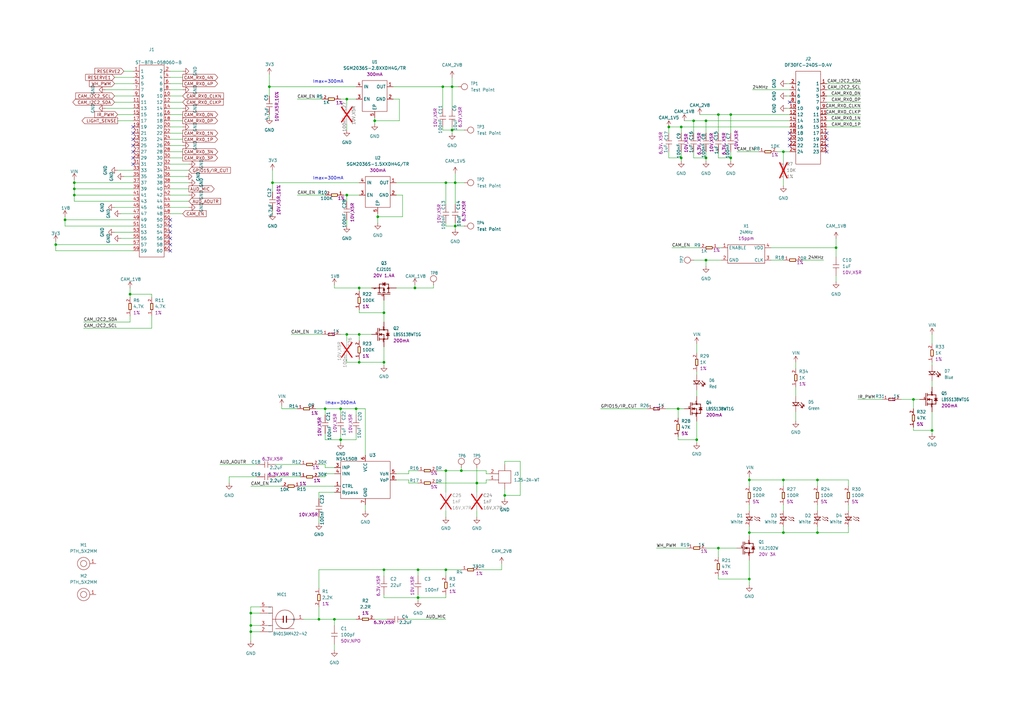
<source format=kicad_sch>
(kicad_sch (version 20231120) (generator "eeschema") (generator_version "8.0")
  (paper "A3")
  (junction (at 181.61 35.56))
  (junction (at 342.9 101.6))
  (junction (at 274.32 52.07))
  (junction (at 102.87 259.08))
  (junction (at 289.56 64.77))
  (junction (at 321.31 62.23))
  (junction (at 299.72 64.77))
  (junction (at 307.34 196.85))
  (junction (at 321.31 196.85))
  (junction (at 130.81 254))
  (junction (at 182.88 74.93))
  (junction (at 147.32 137.16))
  (junction (at 186.69 92.71))
  (junction (at 182.88 193.04))
  (junction (at 30.48 77.47))
  (junction (at 294.64 224.79))
  (junction (at 146.05 167.64))
  (junction (at 139.7 167.64))
  (junction (at 170.18 118.11))
  (junction (at 186.69 74.93))
  (junction (at 111.76 74.93))
  (junction (at 374.65 163.83))
  (junction (at 142.24 40.64))
  (junction (at 289.56 106.68))
  (junction (at 185.42 53.34))
  (junction (at 171.45 245.11))
  (junction (at 299.72 46.99))
  (junction (at 154.94 88.9))
  (junction (at 279.4 52.07))
  (junction (at 22.86 100.33))
  (junction (at 195.58 198.12))
  (junction (at 147.32 118.11))
  (junction (at 284.48 49.53))
  (junction (at 142.24 80.01))
  (junction (at 102.87 256.54))
  (junction (at 182.88 233.68))
  (junction (at 278.13 167.64))
  (junction (at 30.48 80.01))
  (junction (at 289.56 49.53))
  (junction (at 279.4 64.77))
  (junction (at 110.49 35.56))
  (junction (at 142.24 137.16))
  (junction (at 53.34 120.65))
  (junction (at 26.67 90.17))
  (junction (at 189.23 193.04))
  (junction (at 171.45 233.68))
  (junction (at 102.87 251.46))
  (junction (at 157.48 148.59))
  (junction (at 133.35 167.64))
  (junction (at 153.67 49.53))
  (junction (at 382.27 176.53))
  (junction (at 139.7 180.34))
  (junction (at 285.75 180.34))
  (junction (at 30.48 74.93))
  (junction (at 147.32 148.59))
  (junction (at 335.28 218.44))
  (junction (at 335.28 196.85))
  (junction (at 207.01 203.2))
  (junction (at 294.64 46.99))
  (junction (at 137.16 254))
  (junction (at 157.48 128.27))
  (junction (at 307.34 237.49))
  (junction (at 185.42 35.56))
  (junction (at 307.34 218.44))
  (junction (at 321.31 218.44))
  (junction (at 157.48 233.68))
  (no_connect (at 54.61 52.07))
  (no_connect (at 69.85 92.71))
  (no_connect (at 339.09 62.23))
  (no_connect (at 323.85 54.61))
  (no_connect (at 69.85 97.79))
  (no_connect (at 323.85 59.69))
  (no_connect (at 339.09 54.61))
  (no_connect (at 54.61 54.61))
  (no_connect (at 69.85 100.33))
  (no_connect (at 54.61 57.15))
  (no_connect (at 54.61 62.23))
  (no_connect (at 69.85 102.87))
  (no_connect (at 339.09 57.15))
  (no_connect (at 69.85 90.17))
  (no_connect (at 54.61 67.31))
  (no_connect (at 54.61 59.69))
  (no_connect (at 69.85 95.25))
  (no_connect (at 339.09 59.69))
  (no_connect (at 323.85 57.15))
  (no_connect (at 54.61 64.77))
  (no_connect (at 323.85 41.91))
  (wire (pts (xy 205.74 231.14) (xy 205.74 233.68)))
  (wire (pts (xy 133.35 177.8) (xy 133.35 180.34)))
  (wire (pts (xy 382.27 176.53) (xy 382.27 177.8)))
  (wire (pts (xy 147.32 147.32) (xy 147.32 148.59)))
  (wire (pts (xy 129.54 167.64) (xy 133.35 167.64)))
  (wire (pts (xy 335.28 218.44) (xy 347.98 218.44)))
  (wire (pts (xy 137.16 264.16) (xy 137.16 266.7)))
  (wire (pts (xy 121.92 40.64) (xy 132.08 40.64)))
  (wire (pts (xy 30.48 77.47) (xy 54.61 77.47)))
  (wire (pts (xy 111.76 74.93) (xy 111.76 69.85)))
  (wire (pts (xy 196.85 233.68) (xy 205.74 233.68)))
  (wire (pts (xy 382.27 156.21) (xy 382.27 158.75)))
  (wire (pts (xy 30.48 77.47) (xy 30.48 80.01)))
  (wire (pts (xy 115.57 167.64) (xy 121.92 167.64)))
  (wire (pts (xy 74.93 62.23) (xy 69.85 62.23)))
  (wire (pts (xy 289.56 49.53) (xy 323.85 49.53)))
  (wire (pts (xy 185.42 31.75) (xy 185.42 35.56)))
  (wire (pts (xy 274.32 52.07) (xy 274.32 54.61)))
  (wire (pts (xy 50.8 29.21) (xy 54.61 29.21)))
  (wire (pts (xy 278.13 180.34) (xy 285.75 180.34)))
  (wire (pts (xy 139.7 167.64) (xy 146.05 167.64)))
  (wire (pts (xy 147.32 137.16) (xy 152.4 137.16)))
  (wire (pts (xy 111.76 86.36) (xy 111.76 87.63)))
  (wire (pts (xy 102.87 259.08) (xy 106.68 259.08)))
  (wire (pts (xy 321.31 207.01) (xy 321.31 209.55)))
  (wire (pts (xy 142.24 40.64) (xy 146.05 40.64)))
  (wire (pts (xy 130.81 190.5) (xy 133.35 190.5)))
  (wire (pts (xy 207.01 203.2) (xy 207.01 204.47)))
  (wire (pts (xy 77.47 85.09) (xy 69.85 85.09)))
  (wire (pts (xy 294.64 64.77) (xy 299.72 64.77)))
  (wire (pts (xy 213.36 189.23) (xy 213.36 203.2)))
  (wire (pts (xy 74.93 49.53) (xy 69.85 49.53)))
  (wire (pts (xy 139.7 40.64) (xy 142.24 40.64)))
  (wire (pts (xy 294.64 46.99) (xy 299.72 46.99)))
  (wire (pts (xy 102.87 259.08) (xy 102.87 262.89)))
  (wire (pts (xy 294.64 236.22) (xy 294.64 237.49)))
  (wire (pts (xy 186.69 92.71) (xy 186.69 93.98)))
  (wire (pts (xy 195.58 191.77) (xy 195.58 198.12)))
  (wire (pts (xy 171.45 233.68) (xy 171.45 236.22)))
  (wire (pts (xy 74.93 36.83) (xy 69.85 36.83)))
  (wire (pts (xy 74.93 87.63) (xy 69.85 87.63)))
  (wire (pts (xy 142.24 137.16) (xy 147.32 137.16)))
  (wire (pts (xy 121.92 80.01) (xy 133.35 80.01)))
  (wire (pts (xy 165.1 80.01) (xy 165.1 88.9)))
  (wire (pts (xy 77.47 74.93) (xy 69.85 74.93)))
  (wire (pts (xy 269.24 224.79) (xy 281.94 224.79)))
  (wire (pts (xy 294.64 62.23) (xy 294.64 64.77)))
  (wire (pts (xy 182.88 233.68) (xy 189.23 233.68)))
  (wire (pts (xy 181.61 52.07) (xy 181.61 53.34)))
  (wire (pts (xy 106.68 256.54) (xy 102.87 256.54)))
  (wire (pts (xy 280.67 49.53) (xy 284.48 49.53)))
  (wire (pts (xy 53.34 132.08) (xy 53.34 129.54)))
  (wire (pts (xy 289.56 62.23) (xy 289.56 64.77)))
  (wire (pts (xy 26.67 88.9) (xy 26.67 90.17)))
  (wire (pts (xy 93.98 195.58) (xy 105.41 195.58)))
  (wire (pts (xy 157.48 243.84) (xy 157.48 245.11)))
  (wire (pts (xy 339.09 41.91) (xy 353.06 41.91)))
  (wire (pts (xy 287.02 46.99) (xy 294.64 46.99)))
  (wire (pts (xy 307.34 229.87) (xy 307.34 237.49)))
  (wire (pts (xy 342.9 97.79) (xy 342.9 101.6)))
  (wire (pts (xy 163.83 40.64) (xy 163.83 49.53)))
  (wire (pts (xy 90.17 190.5) (xy 105.41 190.5)))
  (wire (pts (xy 321.31 199.39) (xy 321.31 196.85)))
  (wire (pts (xy 62.23 134.62) (xy 62.23 129.54)))
  (wire (pts (xy 199.39 196.85) (xy 199.39 198.12)))
  (wire (pts (xy 284.48 49.53) (xy 284.48 54.61)))
  (wire (pts (xy 22.86 100.33) (xy 22.86 102.87)))
  (wire (pts (xy 102.87 251.46) (xy 102.87 256.54)))
  (wire (pts (xy 77.47 67.31) (xy 69.85 67.31)))
  (wire (pts (xy 69.85 72.39) (xy 76.2 72.39)))
  (wire (pts (xy 321.31 62.23) (xy 321.31 66.04)))
  (wire (pts (xy 74.93 31.75) (xy 69.85 31.75)))
  (wire (pts (xy 285.75 160.02) (xy 285.75 162.56)))
  (wire (pts (xy 347.98 207.01) (xy 347.98 209.55)))
  (wire (pts (xy 182.88 233.68) (xy 171.45 233.68)))
  (wire (pts (xy 186.69 91.44) (xy 186.69 92.71)))
  (wire (pts (xy 328.93 106.68) (xy 337.82 106.68)))
  (wire (pts (xy 147.32 137.16) (xy 147.32 139.7)))
  (wire (pts (xy 274.32 62.23) (xy 274.32 64.77)))
  (wire (pts (xy 342.9 113.03) (xy 342.9 115.57)))
  (wire (pts (xy 326.39 148.59) (xy 326.39 151.13)))
  (wire (pts (xy 289.56 224.79) (xy 294.64 224.79)))
  (wire (pts (xy 77.47 80.01) (xy 69.85 80.01)))
  (wire (pts (xy 113.03 190.5) (xy 123.19 190.5)))
  (wire (pts (xy 53.34 120.65) (xy 62.23 120.65)))
  (wire (pts (xy 115.57 166.37) (xy 115.57 167.64)))
  (wire (pts (xy 307.34 237.49) (xy 307.34 240.03)))
  (wire (pts (xy 62.23 121.92) (xy 62.23 120.65)))
  (wire (pts (xy 189.23 191.77) (xy 189.23 193.04)))
  (wire (pts (xy 102.87 256.54) (xy 102.87 259.08)))
  (wire (pts (xy 153.67 48.26) (xy 153.67 49.53)))
  (wire (pts (xy 335.28 199.39) (xy 335.28 196.85)))
  (wire (pts (xy 119.38 137.16) (xy 132.08 137.16)))
  (wire (pts (xy 289.56 106.68) (xy 295.91 106.68)))
  (wire (pts (xy 322.58 34.29) (xy 323.85 34.29)))
  (wire (pts (xy 46.99 95.25) (xy 54.61 95.25)))
  (wire (pts (xy 77.47 69.85) (xy 69.85 69.85)))
  (wire (pts (xy 53.34 118.11) (xy 53.34 120.65)))
  (wire (pts (xy 339.09 39.37) (xy 353.06 39.37)))
  (wire (pts (xy 200.66 194.31) (xy 199.39 194.31)))
  (wire (pts (xy 185.42 35.56) (xy 185.42 44.45)))
  (wire (pts (xy 316.23 101.6) (xy 342.9 101.6)))
  (wire (pts (xy 289.56 49.53) (xy 289.56 54.61)))
  (wire (pts (xy 299.72 64.77) (xy 299.72 66.04)))
  (wire (pts (xy 285.75 180.34) (xy 285.75 181.61)))
  (wire (pts (xy 30.48 74.93) (xy 54.61 74.93)))
  (wire (pts (xy 182.88 91.44) (xy 182.88 92.71)))
  (wire (pts (xy 154.94 88.9) (xy 154.94 91.44)))
  (wire (pts (xy 181.61 53.34) (xy 185.42 53.34)))
  (wire (pts (xy 147.32 127) (xy 147.32 128.27)))
  (wire (pts (xy 157.48 233.68) (xy 171.45 233.68)))
  (wire (pts (xy 182.88 74.93) (xy 182.88 83.82)))
  (wire (pts (xy 130.81 233.68) (xy 157.48 233.68)))
  (wire (pts (xy 162.56 196.85) (xy 167.64 196.85)))
  (wire (pts (xy 284.48 62.23) (xy 284.48 64.77)))
  (wire (pts (xy 161.29 40.64) (xy 163.83 40.64)))
  (wire (pts (xy 161.29 35.56) (xy 181.61 35.56)))
  (wire (pts (xy 285.75 140.97) (xy 285.75 144.78)))
  (wire (pts (xy 43.18 36.83) (xy 54.61 36.83)))
  (wire (pts (xy 339.09 36.83) (xy 353.06 36.83)))
  (wire (pts (xy 133.35 194.31) (xy 133.35 195.58)))
  (wire (pts (xy 46.99 39.37) (xy 54.61 39.37)))
  (wire (pts (xy 213.36 203.2) (xy 207.01 203.2)))
  (wire (pts (xy 318.77 62.23) (xy 321.31 62.23)))
  (wire (pts (xy 146.05 170.18) (xy 146.05 167.64)))
  (wire (pts (xy 157.48 148.59) (xy 157.48 142.24)))
  (wire (pts (xy 339.09 46.99) (xy 353.06 46.99)))
  (wire (pts (xy 74.93 44.45) (xy 69.85 44.45)))
  (wire (pts (xy 182.88 74.93) (xy 186.69 74.93)))
  (wire (pts (xy 170.18 118.11) (xy 177.8 118.11)))
  (wire (pts (xy 133.35 191.77) (xy 137.16 191.77)))
  (wire (pts (xy 182.88 193.04) (xy 179.07 193.04)))
  (wire (pts (xy 382.27 148.59) (xy 382.27 149.86)))
  (wire (pts (xy 195.58 198.12) (xy 195.58 201.93)))
  (wire (pts (xy 342.9 101.6) (xy 342.9 105.41)))
  (wire (pts (xy 26.67 92.71) (xy 54.61 92.71)))
  (wire (pts (xy 285.75 172.72) (xy 285.75 180.34)))
  (wire (pts (xy 273.05 167.64) (xy 278.13 167.64)))
  (wire (pts (xy 289.56 64.77) (xy 289.56 66.04)))
  (wire (pts (xy 162.56 80.01) (xy 165.1 80.01)))
  (wire (pts (xy 22.86 100.33) (xy 54.61 100.33)))
  (wire (pts (xy 157.48 148.59) (xy 157.48 149.86)))
  (wire (pts (xy 22.86 102.87) (xy 54.61 102.87)))
  (wire (pts (xy 30.48 80.01) (xy 30.48 82.55)))
  (wire (pts (xy 374.65 176.53) (xy 382.27 176.53)))
  (wire (pts (xy 48.26 49.53) (xy 54.61 49.53)))
  (wire (pts (xy 189.23 193.04) (xy 182.88 193.04)))
  (wire (pts (xy 46.99 41.91) (xy 54.61 41.91)))
  (wire (pts (xy 167.64 198.12) (xy 171.45 198.12)))
  (wire (pts (xy 289.56 106.68) (xy 289.56 109.22)))
  (wire (pts (xy 182.88 92.71) (xy 186.69 92.71)))
  (wire (pts (xy 152.4 118.11) (xy 147.32 118.11)))
  (wire (pts (xy 351.79 163.83) (xy 361.95 163.83)))
  (wire (pts (xy 274.32 52.07) (xy 279.4 52.07)))
  (wire (pts (xy 149.86 186.69) (xy 149.86 167.64)))
  (wire (pts (xy 326.39 158.75) (xy 326.39 162.56)))
  (wire (pts (xy 274.32 64.77) (xy 279.4 64.77)))
  (wire (pts (xy 294.64 224.79) (xy 294.64 228.6)))
  (wire (pts (xy 382.27 168.91) (xy 382.27 176.53)))
  (wire (pts (xy 74.93 39.37) (xy 69.85 39.37)))
  (wire (pts (xy 153.67 254) (xy 158.75 254)))
  (wire (pts (xy 186.69 71.12) (xy 186.69 74.93)))
  (wire (pts (xy 142.24 40.64) (xy 142.24 43.18)))
  (wire (pts (xy 278.13 167.64) (xy 280.67 167.64)))
  (wire (pts (xy 34.29 134.62) (xy 62.23 134.62)))
  (wire (pts (xy 307.34 218.44) (xy 321.31 218.44)))
  (wire (pts (xy 308.61 36.83) (xy 323.85 36.83)))
  (wire (pts (xy 154.94 87.63) (xy 154.94 88.9)))
  (wire (pts (xy 30.48 80.01) (xy 54.61 80.01)))
  (wire (pts (xy 170.18 116.84) (xy 170.18 118.11)))
  (wire (pts (xy 34.29 132.08) (xy 53.34 132.08)))
  (wire (pts (xy 139.7 180.34) (xy 139.7 181.61)))
  (wire (pts (xy 137.16 254) (xy 146.05 254)))
  (wire (pts (xy 30.48 73.66) (xy 30.48 74.93)))
  (wire (pts (xy 74.93 64.77) (xy 69.85 64.77)))
  (wire (pts (xy 207.01 190.5) (xy 207.01 189.23)))
  (wire (pts (xy 142.24 80.01) (xy 147.32 80.01)))
  (wire (pts (xy 285.75 152.4) (xy 285.75 153.67)))
  (wire (pts (xy 110.49 35.56) (xy 110.49 30.48)))
  (wire (pts (xy 77.47 77.47) (xy 69.85 77.47)))
  (wire (pts (xy 49.53 87.63) (xy 54.61 87.63)))
  (wire (pts (xy 149.86 207.01) (xy 149.86 209.55)))
  (wire (pts (xy 299.72 46.99) (xy 299.72 54.61)))
  (wire (pts (xy 106.68 248.92) (xy 102.87 248.92)))
  (wire (pts (xy 181.61 35.56) (xy 185.42 35.56)))
  (wire (pts (xy 74.93 57.15) (xy 69.85 57.15)))
  (wire (pts (xy 147.32 148.59) (xy 157.48 148.59)))
  (wire (pts (xy 278.13 179.07) (xy 278.13 180.34)))
  (wire (pts (xy 339.09 34.29) (xy 353.06 34.29)))
  (wire (pts (xy 130.81 241.3) (xy 130.81 233.68)))
  (wire (pts (xy 139.7 170.18) (xy 139.7 167.64)))
  (wire (pts (xy 133.35 190.5) (xy 133.35 191.77)))
  (wire (pts (xy 279.4 52.07) (xy 323.85 52.07)))
  (wire (pts (xy 130.81 254) (xy 130.81 248.92)))
  (wire (pts (xy 275.59 101.6) (xy 287.02 101.6)))
  (wire (pts (xy 142.24 90.17) (xy 142.24 92.71)))
  (wire (pts (xy 137.16 201.93) (xy 130.81 201.93)))
  (wire (pts (xy 321.31 215.9) (xy 321.31 218.44)))
  (wire (pts (xy 166.37 254) (xy 182.88 254)))
  (wire (pts (xy 111.76 74.93) (xy 147.32 74.93)))
  (wire (pts (xy 195.58 209.55) (xy 195.58 212.09)))
  (wire (pts (xy 139.7 180.34) (xy 146.05 180.34)))
  (wire (pts (xy 299.72 46.99) (xy 323.85 46.99)))
  (wire (pts (xy 185.42 52.07) (xy 185.42 53.34)))
  (wire (pts (xy 26.67 90.17) (xy 54.61 90.17)))
  (wire (pts (xy 43.18 44.45) (xy 54.61 44.45)))
  (wire (pts (xy 326.39 168.91) (xy 326.39 172.72)))
  (wire (pts (xy 185.42 35.56) (xy 187.96 35.56)))
  (wire (pts (xy 146.05 180.34) (xy 146.05 177.8)))
  (wire (pts (xy 339.09 49.53) (xy 353.06 49.53)))
  (wire (pts (xy 182.88 236.22) (xy 182.88 233.68)))
  (wire (pts (xy 186.69 92.71) (xy 190.5 92.71)))
  (wire (pts (xy 149.86 167.64) (xy 146.05 167.64)))
  (wire (pts (xy 102.87 199.39) (xy 115.57 199.39)))
  (wire (pts (xy 53.34 120.65) (xy 53.34 121.92)))
  (wire (pts (xy 102.87 248.92) (xy 102.87 251.46)))
  (wire (pts (xy 163.83 49.53) (xy 153.67 49.53)))
  (wire (pts (xy 185.42 53.34) (xy 185.42 54.61)))
  (wire (pts (xy 137.16 254) (xy 137.16 256.54)))
  (wire (pts (xy 207.01 189.23) (xy 213.36 189.23)))
  (wire (pts (xy 321.31 73.66) (xy 321.31 76.2)))
  (wire (pts (xy 102.87 251.46) (xy 106.68 251.46)))
  (wire (pts (xy 307.34 196.85) (xy 307.34 199.39)))
  (wire (pts (xy 294.64 101.6) (xy 295.91 101.6)))
  (wire (pts (xy 171.45 245.11) (xy 171.45 246.38)))
  (wire (pts (xy 142.24 148.59) (xy 147.32 148.59)))
  (wire (pts (xy 130.81 254) (xy 137.16 254)))
  (wire (pts (xy 199.39 193.04) (xy 189.23 193.04)))
  (wire (pts (xy 347.98 215.9) (xy 347.98 218.44)))
  (wire (pts (xy 171.45 193.04) (xy 167.64 193.04)))
  (wire (pts (xy 182.88 209.55) (xy 182.88 212.09)))
  (wire (pts (xy 142.24 80.01) (xy 142.24 82.55)))
  (wire (pts (xy 147.32 118.11) (xy 147.32 119.38)))
  (wire (pts (xy 284.48 64.77) (xy 289.56 64.77)))
  (wire (pts (xy 294.64 237.49) (xy 307.34 237.49)))
  (wire (pts (xy 279.4 52.07) (xy 279.4 54.61)))
  (wire (pts (xy 74.93 46.99) (xy 69.85 46.99)))
  (wire (pts (xy 165.1 88.9) (xy 154.94 88.9)))
  (wire (pts (xy 374.65 163.83) (xy 377.19 163.83)))
  (wire (pts (xy 46.99 85.09) (xy 54.61 85.09)))
  (wire (pts (xy 48.26 69.85) (xy 54.61 69.85)))
  (wire (pts (xy 321.31 196.85) (xy 335.28 196.85)))
  (wire (pts (xy 130.81 201.93) (xy 130.81 204.47)))
  (wire (pts (xy 162.56 118.11) (xy 170.18 118.11)))
  (wire (pts (xy 307.34 207.01) (xy 307.34 209.55)))
  (wire (pts (xy 110.49 35.56) (xy 110.49 39.37)))
  (wire (pts (xy 200.66 196.85) (xy 199.39 196.85)))
  (wire (pts (xy 335.28 196.85) (xy 347.98 196.85)))
  (wire (pts (xy 140.97 80.01) (xy 142.24 80.01)))
  (wire (pts (xy 30.48 74.93) (xy 30.48 77.47)))
  (wire (pts (xy 182.88 243.84) (xy 182.88 245.11)))
  (wire (pts (xy 74.93 59.69) (xy 69.85 59.69)))
  (wire (pts (xy 322.58 44.45) (xy 323.85 44.45)))
  (wire (pts (xy 133.35 170.18) (xy 133.35 167.64)))
  (wire (pts (xy 93.98 198.12) (xy 93.98 195.58)))
  (wire (pts (xy 181.61 35.56) (xy 181.61 44.45)))
  (wire (pts (xy 195.58 198.12) (xy 199.39 198.12)))
  (wire (pts (xy 77.47 82.55) (xy 69.85 82.55)))
  (wire (pts (xy 110.49 35.56) (xy 146.05 35.56)))
  (wire (pts (xy 50.8 72.39) (xy 54.61 72.39)))
  (wire (pts (xy 167.64 194.31) (xy 162.56 194.31)))
  (wire (pts (xy 185.42 53.34) (xy 190.5 53.34)))
  (wire (pts (xy 374.65 163.83) (xy 374.65 167.64)))
  (wire (pts (xy 302.26 62.23) (xy 311.15 62.23)))
  (wire (pts (xy 322.58 39.37) (xy 323.85 39.37)))
  (wire (pts (xy 284.48 106.68) (xy 289.56 106.68)))
  (wire (pts (xy 307.34 196.85) (xy 321.31 196.85)))
  (wire (pts (xy 157.48 233.68) (xy 157.48 236.22)))
  (wire (pts (xy 307.34 195.58) (xy 307.34 196.85)))
  (wire (pts (xy 74.93 34.29) (xy 69.85 34.29)))
  (wire (pts (xy 54.61 31.75) (xy 46.99 31.75)))
  (wire (pts (xy 139.7 177.8) (xy 139.7 180.34)))
  (wire (pts (xy 284.48 49.53) (xy 289.56 49.53)))
  (wire (pts (xy 207.01 200.66) (xy 207.01 203.2)))
  (wire (pts (xy 137.16 118.11) (xy 147.32 118.11)))
  (wire (pts (xy 153.67 49.53) (xy 153.67 50.8)))
  (wire (pts (xy 347.98 199.39) (xy 347.98 196.85)))
  (wire (pts (xy 299.72 62.23) (xy 299.72 64.77)))
  (wire (pts (xy 335.28 207.01) (xy 335.28 209.55)))
  (wire (pts (xy 167.64 196.85) (xy 167.64 198.12)))
  (wire (pts (xy 307.34 218.44) (xy 307.34 219.71)))
  (wire (pts (xy 167.64 193.04) (xy 167.64 194.31)))
  (wire (pts (xy 157.48 245.11) (xy 171.45 245.11)))
  (wire (pts (xy 124.46 254) (xy 130.81 254)))
  (wire (pts (xy 323.85 62.23) (xy 321.31 62.23)))
  (wire (pts (xy 48.26 46.99) (xy 54.61 46.99)))
  (wire (pts (xy 171.45 243.84) (xy 171.45 245.11)))
  (wire (pts (xy 142.24 50.8) (xy 142.24 53.34)))
  (wire (pts (xy 339.09 52.07) (xy 353.06 52.07)))
  (wire (pts (xy 382.27 137.16) (xy 382.27 140.97)))
  (wire (pts (xy 335.28 215.9) (xy 335.28 218.44)))
  (wire (pts (xy 26.67 90.17) (xy 26.67 92.71)))
  (wire (pts (xy 142.24 147.32) (xy 142.24 148.59)))
  (wire (pts (xy 294.64 46.99) (xy 294.64 54.61)))
  (wire (pts (xy 321.31 218.44) (xy 335.28 218.44)))
  (wire (pts (xy 142.24 137.16) (xy 142.24 139.7)))
  (wire (pts (xy 162.56 74.93) (xy 182.88 74.93)))
  (wire (pts (xy 279.4 64.77) (xy 279.4 66.04)))
  (wire (pts (xy 147.32 128.27) (xy 157.48 128.27)))
  (wire (pts (xy 30.48 82.55) (xy 54.61 82.55)))
  (wire (pts (xy 246.38 167.64) (xy 265.43 167.64)))
  (wire (pts (xy 74.93 52.07) (xy 69.85 52.07)))
  (wire (pts (xy 339.09 44.45) (xy 353.06 44.45)))
  (wire (pts (xy 133.35 167.64) (xy 139.7 167.64)))
  (wire (pts (xy 133.35 180.34) (xy 139.7 180.34)))
  (wire (pts (xy 307.34 215.9) (xy 307.34 218.44)))
  (wire (pts (xy 74.93 41.91) (xy 69.85 41.91)))
  (wire (pts (xy 199.39 194.31) (xy 199.39 193.04)))
  (wire (pts (xy 374.65 175.26) (xy 374.65 176.53)))
  (wire (pts (xy 279.4 62.23) (xy 279.4 64.77)))
  (wire (pts (xy 316.23 106.68) (xy 321.31 106.68)))
  (wire (pts (xy 157.48 128.27) (xy 157.48 132.08)))
  (wire (pts (xy 49.53 97.79) (xy 54.61 97.79)))
  (wire (pts (xy 137.16 116.84) (xy 137.16 118.11)))
  (wire (pts (xy 111.76 74.93) (xy 111.76 78.74)))
  (wire (pts (xy 182.88 193.04) (xy 182.88 201.93)))
  (wire (pts (xy 294.64 224.79) (xy 302.26 224.79)))
  (wire (pts (xy 186.69 74.93) (xy 186.69 83.82)))
  (wire (pts (xy 113.03 195.58) (xy 123.19 195.58)))
  (wire (pts (xy 22.86 99.06) (xy 22.86 100.33)))
  (wire (pts (xy 123.19 199.39) (xy 137.16 199.39)))
  (wire (pts (xy 157.48 123.19) (xy 157.48 128.27)))
  (wire (pts (xy 139.7 137.16) (xy 142.24 137.16)))
  (wire (pts (xy 130.81 212.09) (xy 130.81 214.63)))
  (wire (pts (xy 278.13 167.64) (xy 278.13 171.45)))
  (wire (pts (xy 130.81 195.58) (xy 133.35 195.58)))
  (wire (pts (xy 74.93 54.61) (xy 69.85 54.61)))
  (wire (pts (xy 137.16 194.31) (xy 133.35 194.31)))
  (wire (pts (xy 110.49 46.99) (xy 110.49 48.26)))
  (wire (pts (xy 186.69 74.93) (xy 190.5 74.93)))
  (wire (pts (xy 179.07 198.12) (xy 195.58 198.12)))
  (wire (pts (xy 369.57 163.83) (xy 374.65 163.83)))
  (wire (pts (xy 177.8 116.84) (xy 177.8 118.11)))
  (wire (pts (xy 171.45 245.11) (xy 182.88 245.11)))
  (wire (pts (xy 46.99 34.29) (xy 54.61 34.29)))
  (wire (pts (xy 74.93 29.21) (xy 69.85 29.21)))
  (text "Imax=300mA\n" (at 128.27 73.914 0) (effects (font (size 1.27 1.27)) (justify left bottom)))
  (text "Imax=300mA\n" (at 133.35 166.116 0) (effects (font (size 1.27 1.27)) (justify left bottom)))
  (text "Imax=300mA\n" (at 128.27 34.29 0) (effects (font (size 1.27 1.27)) (justify left bottom)))
  (label "WH_PWM" (at 269.24 224.79 0))
  (label "CAM_EN" (at 121.92 80.01 0))
  (label "CAM_EN" (at 119.38 137.16 0))
  (label "AUD_MIC" (at 182.88 254 180))
  (label "CAM_EN" (at 275.59 101.6 0))
  (label "CAM_RX0_1N" (at 353.06 49.53 180))
  (label "CAM_I2C2_SCL" (at 353.06 36.83 180))
  (label "CAM_RX0_1P" (at 353.06 52.07 180))
  (label "GPIO15{slash}IR_CUT" (at 246.38 167.64 0))
  (label "24MHz" (at 337.82 106.68 180))
  (label "CAM_I2C2_SDA" (at 353.06 34.29 180))
  (label "CAM_RX0_CLKN" (at 353.06 44.45 180))
  (label "CAM_EN" (at 102.87 199.39 0))
  (label "CAM_I2C2_SCL" (at 34.29 134.62 0))
  (label "CAM_EN" (at 302.26 62.23 0))
  (label "IR_PWM" (at 351.79 163.83 0))
  (label "24MHz" (at 308.61 36.83 0))
  (label "CAM_EN" (at 121.92 40.64 0))
  (label "CAM_RX0_CLKP" (at 353.06 46.99 180))
  (label "AUD_AOUTR" (at 90.17 190.5 0))
  (label "CAM_I2C2_SDA" (at 34.29 132.08 0))
  (label "CAM_RX0_0P" (at 353.06 41.91 180))
  (label "CAM_RX0_0N" (at 353.06 39.37 180))
  (global_label "CAM_RX0_0N" (shape output) (at 74.93 46.99 0) (property "Intersheetrefs" "${INTERSHEET_REFS}" (effects (hide yes))))
  (global_label "CAM_RX0_3N" (shape output) (at 74.93 62.23 0) (property "Intersheetrefs" "${INTERSHEET_REFS}" (effects (hide yes))))
  (global_label "WH_PWM" (shape input) (at 46.99 34.29 180) (property "Intersheetrefs" "${INTERSHEET_REFS}" (effects (hide yes))))
  (global_label "CAM_RX0_0P" (shape output) (at 74.93 49.53 0) (property "Intersheetrefs" "${INTERSHEET_REFS}" (effects (hide yes))))
  (global_label "RESERVE2" (shape input) (at 50.8 29.21 180) (property "Intersheetrefs" "${INTERSHEET_REFS}" (effects (hide yes))))
  (global_label "CAM_RX0_3P" (shape output) (at 74.93 64.77 0) (property "Intersheetrefs" "${INTERSHEET_REFS}" (effects (hide yes))))
  (global_label "CAM_RX0_4N" (shape output) (at 74.93 31.75 0) (property "Intersheetrefs" "${INTERSHEET_REFS}" (effects (hide yes))))
  (global_label "CAM_RX0_1P" (shape output) (at 74.93 57.15 0) (property "Intersheetrefs" "${INTERSHEET_REFS}" (effects (hide yes))))
  (global_label "CAM_I2C2_SCL" (shape input) (at 46.99 39.37 180) (property "Intersheetrefs" "${INTERSHEET_REFS}" (effects (hide yes))))
  (global_label "CAM_RX0_1N" (shape output) (at 74.93 54.61 0) (property "Intersheetrefs" "${INTERSHEET_REFS}" (effects (hide yes))))
  (global_label "CAM_RX0_4P" (shape output) (at 74.93 34.29 0) (property "Intersheetrefs" "${INTERSHEET_REFS}" (effects (hide yes))))
  (global_label "IR_PWM" (shape input) (at 48.26 46.99 180) (property "Intersheetrefs" "${INTERSHEET_REFS}" (effects (hide yes))))
  (global_label "CAM_RX0_CLKN" (shape input) (at 74.93 39.37 0) (property "Intersheetrefs" "${INTERSHEET_REFS}" (effects (hide yes))))
  (global_label "CAM_EN" (shape input) (at 74.93 87.63 0) (property "Intersheetrefs" "${INTERSHEET_REFS}" (effects (hide yes))))
  (global_label "RESERVE1" (shape input) (at 46.99 31.75 180) (property "Intersheetrefs" "${INTERSHEET_REFS}" (effects (hide yes))))
  (global_label "AUD_AOUTR" (shape input) (at 77.47 82.55 0) (property "Intersheetrefs" "${INTERSHEET_REFS}" (effects (hide yes))))
  (global_label "GPIO15{slash}IR_CUT" (shape input) (at 77.47 69.85 0) (property "Intersheetrefs" "${INTERSHEET_REFS}" (effects (hide yes))))
  (global_label "AUD_MIC" (shape output) (at 77.47 77.47 0) (property "Intersheetrefs" "${INTERSHEET_REFS}" (effects (hide yes))))
  (global_label "CAM_RX0_CLKP" (shape input) (at 74.93 41.91 0) (property "Intersheetrefs" "${INTERSHEET_REFS}" (effects (hide yes))))
  (global_label "LIGHT_SENSE" (shape output) (at 48.26 49.53 180) (property "Intersheetrefs" "${INTERSHEET_REFS}" (effects (hide yes))))
  (global_label "CAM_I2C2_SDA" (shape bidirectional) (at 46.99 41.91 180) (property "Intersheetrefs" "${INTERSHEET_REFS}" (effects (hide yes))))
  (symbol (lib_id "libdb:Resistors/301010523") (at 285.75 148.59 90) (unit 1)
    (property "Reference" "R29" (at 287.02 146.0499 90) (effects (justify right)))
    (property "Value" "1K" (at 287.02 148.5899 90) (effects (justify right)))
    (property "Footprint" "Resistor:R0201" (effects (hide yes)))
    (property "Description" "SMD RES 1K-±1%-1/20W;0201" (effects (hide yes)))
    (property "Manufacturer" "YAGEO" (effects (hide yes)))
    (property "MPN" "RC0201FR-071KL" (effects (hide yes)))
    (property "SKU" "301010523" (effects (hide yes)))
    (property "Resistance" "1K" (effects (hide yes)))
    (property "Part Type" "RES" (effects (hide yes)))
    (property "Power Rating" "1%" (at 287.02 151.1299 90) (effects (justify right)))
    (property "Status" "ST" (effects (hide yes)))
    (property "Temperature" "-55°C to 125°C" (effects (hide yes)))
  )
  (symbol (lib_id "libdb:Misc/TP35C_SMD") (at 189.23 189.23 90) (unit 1)
    (property "Reference" "TP6" (at 187.96 186.944 90) (effects (font (size 1.27 1.0795)) (justify right)))
    (property "Value" "Test Point" (effects (hide yes)))
    (property "Footprint" "Misc:TP-D35MIL" (effects (hide yes)))
    (property "Description" "Test Point;TP35C_SMD" (effects (hide yes)))
    (property "SKU" "TP35C_SMD" (effects (hide yes)))
    (property "Part Type" "Test Point" (effects (hide yes)))
  )
  (symbol (lib_id "libdb:Capacitors/302011829") (at 284.48 58.42 0) (unit 1)
    (property "Reference" "C16" (at 283.464 57.658 90) (effects (justify left)))
    (property "Value" "1uF" (at 283.464 60.96 90))
    (property "Footprint" "Capacitor:C0201" (effects (hide yes)))
    (property "Description" "SMD CAP Ceramic 1uf-6.3V-10%-X5R;0201" (effects (hide yes)))
    (property "Manufacturer" "Yageo" (effects (hide yes)))
    (property "MPN" "CC0201KRX5R5BB105" (effects (hide yes)))
    (property "SKU" "302011829" (effects (hide yes)))
    (property "Part Type" "Ceramic" (effects (hide yes)))
    (property "Voltage Rating" "6.3V，X5R" (at 286.766 58.928 90))
    (property "Status" "Recamera" (effects (hide yes)))
    (property "Temperature" "-55℃ to 125℃" (effects (hide yes)))
  )
  (symbol (lib_id "libdb:Capacitors/302010053") (at 186.69 87.63 0) (unit 1)
    (property "Reference" "C14" (at 187.96 86.106 90) (effects (justify left)))
    (property "Value" "10uF" (at 188.214 92.964 90) (effects (justify left)))
    (property "Footprint" "Capacitor:C0402" (effects (hide yes)))
    (property "Description" "SMD CAP Ceramic 10uF-6.3V-20%-X5R;0402" (effects (hide yes)))
    (property "Manufacturer" "YAGEO" (effects (hide yes)))
    (property "MPN" "CC0402MRX5R5BB106" (effects (hide yes)))
    (property "SKU" "302010053" (effects (hide yes)))
    (property "Part Type" "Ceramic" (effects (hide yes)))
    (property "Voltage Rating" "6.3V,X5R" (at 190.246 90.932 90) (effects (justify left)))
    (property "Status" "ST" (effects (hide yes)))
    (property "Temperature" "-55°C to 85°C" (effects (hide yes)))
  )
  (symbol (lib_id "libdb:Resistors/301010523") (at 326.39 154.94 90) (unit 1)
    (property "Reference" "R34" (at 327.66 152.3999 90) (effects (justify right)))
    (property "Value" "1K" (at 327.66 154.9399 90) (effects (justify right)))
    (property "Footprint" "Resistor:R0201" (effects (hide yes)))
    (property "Description" "SMD RES 1K-±1%-1/20W;0201" (effects (hide yes)))
    (property "Manufacturer" "YAGEO" (effects (hide yes)))
    (property "MPN" "RC0201FR-071KL" (effects (hide yes)))
    (property "SKU" "301010523" (effects (hide yes)))
    (property "Resistance" "1K" (effects (hide yes)))
    (property "Part Type" "RES" (effects (hide yes)))
    (property "Power Rating" "1%" (at 327.66 157.4799 90) (effects (justify right)))
    (property "Status" "ST" (effects (hide yes)))
    (property "Temperature" "-55°C to 125°C" (effects (hide yes)))
  )
  (symbol (lib_id "P & G:GND") (at 149.86 209.55 0) (unit 1)
    (property "Reference" "#PWR050" (effects (hide yes)))
    (property "Value" "GND" (at 149.86 214.122 0))
  )
  (symbol (lib_id "libdb:Misc/TP35C_SMD") (at 193.04 74.93 0) (unit 1)
    (property "Reference" "TP2" (at 195.58 73.6599 0) (effects (font (size 1.27 1.0795)) (justify left)))
    (property "Value" "Test Point" (at 195.58 76.1999 0) (effects (justify left)))
    (property "Footprint" "Misc:TP-D35MIL" (effects (hide yes)))
    (property "Description" "Test Point;TP35C_SMD" (effects (hide yes)))
    (property "SKU" "TP35C_SMD" (effects (hide yes)))
    (property "Part Type" "Test Point" (effects (hide yes)))
  )
  (symbol (lib_id "libdb:Resistors/301010677") (at 62.23 125.73 90) (unit 1)
    (property "Reference" "R11" (at 63.5 123.1899 90) (effects (justify right)))
    (property "Value" "4.7K" (at 63.5 125.7299 90) (effects (justify right)))
    (property "Footprint" "Resistor:R0201" (effects (hide yes)))
    (property "Description" "SMD RES;4.7K-5%-1/20W;0201" (effects (hide yes)))
    (property "Manufacturer" "YAGEO" (effects (hide yes)))
    (property "MPN" "RC0201JR-074K7L" (effects (hide yes)))
    (property "SKU" "301010677" (effects (hide yes)))
    (property "Resistance" "4.7K" (effects (hide yes)))
    (property "Part Type" "RES" (effects (hide yes)))
    (property "Power Rating" "1%" (at 63.5 128.2699 90) (effects (justify right)))
    (property "Status" "XIAO" (effects (hide yes)))
    (property "Temperature" "-55°C to 125°C" (effects (hide yes)))
  )
  (symbol (lib_id "P & G:GND") (at 342.9 115.57 0) (unit 1)
    (property "Reference" "#PWR035" (effects (hide yes)))
    (property "Value" "GND" (at 342.9 120.65 0))
  )
  (symbol (lib_id "libdb:Misc/312030402") (at 116.84 254 270) (mirror x) (unit 1)
    (property "Reference" "MIC1" (at 115.6081 243.84 90) (effects (font (size 1.27 1.0795))))
    (property "Value" "B4013AM422-42" (at 125.984 260.604 90) (effects (font (size 1.27 1.0795)) (justify right top)))
    (property "Footprint" "Misc:MIC-5P-SMD-4X4MM" (effects (hide yes)))
    (property "Description" "SMD Mic OMI -42dB;2P-D4-H1.3mm" (effects (hide yes)))
    (property "Manufacturer" "GoerTek" (effects (hide yes)))
    (property "MPN" "B4013AM422-42" (effects (hide yes)))
    (property "SKU" "312030402" (effects (hide yes)))
    (property "Part Type" "MIC" (effects (hide yes)))
    (property "Temperature" "-30°C to 70°C" (effects (hide yes)))
  )
  (symbol (lib_id "libdb:Capacitors/302010271") (at 181.61 48.26 0) (mirror y) (unit 1)
    (property "Reference" "C11" (at 180.594 46.99 90) (effects (justify left)))
    (property "Value" "100nF" (at 180.594 51.816 90))
    (property "Footprint" "Capacitor:C0201" (effects (hide yes)))
    (property "Description" "SMD CAP Ceramic 100nF-10V-10%-X5R;0201" (effects (hide yes)))
    (property "Manufacturer" "YAGEO" (effects (hide yes)))
    (property "MPN" "CC0201KRX5R6BB104" (effects (hide yes)))
    (property "SKU" "302010271" (effects (hide yes)))
    (property "Part Type" "Ceramic" (effects (hide yes)))
    (property "Voltage Rating" "10V,X5R" (at 178.562 48.26 90))
    (property "Status" "ODYSSEY-i.MX8M" (effects (hide yes)))
    (property "Temperature" "-55°C to 85°C" (effects (hide yes)))
  )
  (symbol (lib_id "P & G:GND") (at 43.18 36.83 270) (mirror x) (unit 1)
    (property "Reference" "#PWR04" (effects (hide yes)))
    (property "Value" "GND" (at 38.1 36.83 0))
  )
  (symbol (lib_id "P & G:+1V8") (at 53.34 118.11 0) (mirror y) (unit 1)
    (property "Reference" "#PWR063" (effects (hide yes)))
    (property "Value" "CAM_1V8" (at 53.594 114.554 0))
  )
  (symbol (lib_id "P & G:+3V3") (at 186.69 71.12 0) (unit 1)
    (property "Reference" "#PWR040" (effects (hide yes)))
    (property "Value" "CAM_1V5" (at 186.69 66.04 0))
  )
  (symbol (lib_id "libdb:Capacitors/302010389") (at 182.88 205.74 0) (unit 1) (dnp yes)
    (property "Reference" "C25" (at 185.42 203.1999 0) (effects (justify left)))
    (property "Value" "1nF" (at 185.42 205.7399 0) (effects (justify left)))
    (property "Footprint" "Capacitor:C0201" (effects (hide yes)))
    (property "Description" "SMD CAP Ceramic 1nF-16V-10%-X7R;0201" (effects (hide yes)))
    (property "Manufacturer" "YAGEO" (effects (hide yes)))
    (property "MPN" "CC0201KRX7R7BB102" (effects (hide yes)))
    (property "SKU" "302010389" (effects (hide yes)))
    (property "Part Type" "Ceramic" (effects (hide yes)))
    (property "Voltage Rating" "16V,X7R" (at 185.42 208.2799 0) (effects (justify left)))
    (property "Status" "BeagleBone AI TDA4VM" (effects (hide yes)))
    (property "Temperature" "-55°C to 125°C" (effects (hide yes)))
  )
  (symbol (lib_id "libdb:Resistors/301010678") (at 374.65 171.45 90) (unit 1)
    (property "Reference" "R32" (at 375.92 168.9099 90) (effects (justify right)))
    (property "Value" "47K" (at 375.92 171.4499 90) (effects (justify right)))
    (property "Footprint" "Resistor:R0201" (effects (hide yes)))
    (property "Description" "SMD RES;47K-5%-1/20W;0201" (effects (hide yes)))
    (property "Manufacturer" "YAGEO" (effects (hide yes)))
    (property "MPN" "RC0201JR-0747KL" (effects (hide yes)))
    (property "SKU" "301010678" (effects (hide yes)))
    (property "Resistance" "47K" (effects (hide yes)))
    (property "Part Type" "RES" (effects (hide yes)))
    (property "Power Rating" "5%" (at 375.92 173.9899 90) (effects (justify right)))
    (property "Status" "BeagleBone AI TDA4VM" (effects (hide yes)))
    (property "Temperature" "-55°C to 125°C" (effects (hide yes)))
  )
  (symbol (lib_id "libdb:Resistors/301010523") (at 269.24 167.64 0) (unit 1)
    (property "Reference" "R26" (at 264.414 166.37 0))
    (property "Value" "1K" (at 269.875 167.005 0) (effects (justify left bottom)))
    (property "Footprint" "Resistor:R0201" (effects (hide yes)))
    (property "Description" "SMD RES 1K-±1%-1/20W;0201" (effects (hide yes)))
    (property "Manufacturer" "YAGEO" (effects (hide yes)))
    (property "MPN" "RC0201FR-071KL" (effects (hide yes)))
    (property "SKU" "301010523" (effects (hide yes)))
    (property "Resistance" "1K" (effects (hide yes)))
    (property "Part Type" "RES" (effects (hide yes)))
    (property "Power Rating" "1%" (at 269.24 167.64 0))
    (property "Status" "ST" (effects (hide yes)))
    (property "Temperature" "-55°C to 125°C" (effects (hide yes)))
  )
  (symbol (lib_id "libdb:Capacitors/302010271") (at 299.72 58.42 0) (mirror y) (unit 1)
    (property "Reference" "C7" (at 298.704 57.15 90) (effects (justify left)))
    (property "Value" "100nF" (at 298.45 61.976 90))
    (property "Footprint" "Capacitor:C0201" (effects (hide yes)))
    (property "Description" "SMD CAP Ceramic 100nF-10V-10%-X5R;0201" (effects (hide yes)))
    (property "Manufacturer" "YAGEO" (effects (hide yes)))
    (property "MPN" "CC0201KRX5R6BB104" (effects (hide yes)))
    (property "SKU" "302010271" (effects (hide yes)))
    (property "Part Type" "Ceramic" (effects (hide yes)))
    (property "Voltage Rating" "10V,X5R" (at 302.006 57.404 90))
    (property "Status" "ODYSSEY-i.MX8M" (effects (hide yes)))
    (property "Temperature" "-55°C to 85°C" (effects (hide yes)))
  )
  (symbol (lib_id "P & G:GND") (at 185.42 54.61 0) (unit 1)
    (property "Reference" "#PWR021" (effects (hide yes)))
    (property "Value" "GND" (at 185.42 59.69 0))
  )
  (symbol (lib_id "libdb:Mosfet/305030084") (at 157.48 118.11 270) (mirror x) (unit 1)
    (property "Reference" "Q3" (at 157.4487 107.95 90) (effects (font (size 1.27 1.0795))))
    (property "Value" "CJ2101" (at 157.4487 110.49 90) (effects (font (size 1.27 1.0795))))
    (property "Footprint" "Mosfet:SOT-323" (effects (hide yes)))
    (property "Description" "SMD MOSFET P-CH 20V-2.1A;SOT-323" (effects (hide yes)))
    (property "Manufacturer" "CJ" (effects (hide yes)))
    (property "MPN" "CJ2101" (effects (hide yes)))
    (property "SKU" "305030084" (effects (hide yes)))
    (property "Part Type" "PMOS" (effects (hide yes)))
    (property "Rating" "20V 1.4A" (at 157.4487 113.03 90))
    (property "Status" "ST" (effects (hide yes)))
  )
  (symbol (lib_id "P & G:GND") (at 49.53 97.79 270) (mirror x) (unit 1)
    (property "Reference" "#PWR010" (effects (hide yes)))
    (property "Value" "GND" (at 44.45 97.79 0))
  )
  (symbol (lib_id "P & G:+3V3") (at 287.02 46.99 0) (unit 1)
    (property "Reference" "#PWR025" (effects (hide yes)))
    (property "Value" "CAM_2V8" (at 287.02 43.18 0))
  )
  (symbol (lib_id "P & G:GND") (at 157.48 149.86 0) (unit 1)
    (property "Reference" "#PWR045" (effects (hide yes)))
    (property "Value" "GND" (at 157.48 154.432 0))
  )
  (symbol (lib_id "libdb:Connector/PTH") (at 34.29 243.84 0) (unit 1)
    (property "Reference" "M2" (at 34.29 236.22 0))
    (property "Value" "PTH_5X2MM" (at 34.29 238.76 0))
    (property "Footprint" "Connector:PTH_5X2MM" (effects (hide yes)))
    (property "Description" "PTH_5X2MM" (effects (hide yes)))
    (property "SKU" "PTH" (effects (hide yes)))
    (property "Part Type" "PTH" (effects (hide yes)))
  )
  (symbol (lib_id "libdb:Capacitors/302010271") (at 142.24 86.36 0) (mirror y) (unit 1)
    (property "Reference" "C28" (at 141.224 85.598 90) (effects (justify left)))
    (property "Value" "100nF" (at 141.224 90.424 90))
    (property "Footprint" "Capacitor:C0201" (effects (hide yes)))
    (property "Description" "SMD CAP Ceramic 100nF-10V-10%-X5R;0201" (effects (hide yes)))
    (property "Manufacturer" "YAGEO" (effects (hide yes)))
    (property "MPN" "CC0201KRX5R6BB104" (effects (hide yes)))
    (property "SKU" "302010271" (effects (hide yes)))
    (property "Part Type" "Ceramic" (effects (hide yes)))
    (property "Voltage Rating" "10V,X5R" (at 144.526 87.122 90))
    (property "Status" "ODYSSEY-i.MX8M" (effects (hide yes)))
    (property "Temperature" "-55°C to 85°C" (effects (hide yes)))
  )
  (symbol (lib_id "libdb:Capacitors/302010233") (at 109.22 195.58 90) (mirror x) (unit 1)
    (property "Reference" "C19" (at 106.934 194.564 90) (effects (justify left)))
    (property "Value" "2.2uF" (at 113.284 197.104 90))
    (property "Footprint" "Capacitor:C0402" (effects (hide yes)))
    (property "Description" "SMD CAP Ceramic 2.2uF-6.3V-20%-X5R;0402" (effects (hide yes)))
    (property "Manufacturer" "YAGEO" (effects (hide yes)))
    (property "MPN" "CC0402MRX5R5BB225" (effects (hide yes)))
    (property "SKU" "302010233" (effects (hide yes)))
    (property "Part Type" "Ceramic" (effects (hide yes)))
    (property "Voltage Rating" "6.3V,X5R" (at 114.3 194.564 90))
    (property "Status" "BeagleBone Carrier Board" (effects (hide yes)))
    (property "Temperature" "-55°C to 85°C" (effects (hide yes)))
  )
  (symbol (lib_id "libdb:Resistors/301010048") (at 127 190.5 0) (unit 1)
    (property "Reference" "R12" (at 121.666 189.484 0))
    (property "Value" "30K" (at 130.302 190.246 0) (effects (justify left bottom)))
    (property "Footprint" "Resistor:R0402" (effects (hide yes)))
    (property "Description" "SMD RES 30K-1%-1/16W;0402" (effects (hide yes)))
    (property "Manufacturer" "YAGEO" (effects (hide yes)))
    (property "MPN" "RC0402FR-0730KL" (effects (hide yes)))
    (property "SKU" "301010048" (effects (hide yes)))
    (property "Resistance" "30K" (effects (hide yes)))
    (property "Part Type" "RES" (effects (hide yes)))
    (property "Power Rating" "1%" (at 129.54 191.77 0))
    (property "Status" "RT-M7" (effects (hide yes)))
    (property "Temperature" "-55°C to 155°C" (effects (hide yes)))
  )
  (symbol (lib_id "libdb:Resistors/301010765") (at 147.32 123.19 90) (unit 1)
    (property "Reference" "R22" (at 148.59 120.6499 90) (effects (justify right)))
    (property "Value" "100K" (at 148.59 123.1899 90) (effects (justify right)))
    (property "Footprint" "Resistor:R0201" (effects (hide yes)))
    (property "Description" "SMD RES 100K-±1%-1/20W;0201" (effects (hide yes)))
    (property "Manufacturer" "YAGEO" (effects (hide yes)))
    (property "MPN" "RC0201FR-07100KL" (effects (hide yes)))
    (property "SKU" "301010765" (effects (hide yes)))
    (property "Resistance" "100K" (effects (hide yes)))
    (property "Part Type" "RES" (effects (hide yes)))
    (property "Power Rating" "1%" (at 148.59 125.7299 90) (effects (justify right)))
    (property "Status" "XIAO" (effects (hide yes)))
    (property "Temperature" "-55°C to 125°C" (effects (hide yes)))
  )
  (symbol (lib_id "P & G:GND") (at 110.49 48.26 0) (unit 1)
    (property "Reference" "#PWR019" (effects (hide yes)))
    (property "Value" "GND" (at 110.49 53.34 0))
  )
  (symbol (lib_id "libdb:Resistors/301010090") (at 347.98 203.2 90) (unit 1)
    (property "Reference" "R30" (at 349.25 200.6599 90) (effects (justify right)))
    (property "Value" "100R" (at 349.25 203.1999 90) (effects (justify right)))
    (property "Footprint" "Resistor:R0603" (effects (hide yes)))
    (property "Description" "SMD RES 100R-5%-1/10W;0603" (effects (hide yes)))
    (property "Manufacturer" "YAGEO" (effects (hide yes)))
    (property "MPN" "RC0603JR-07100RL" (effects (hide yes)))
    (property "SKU" "301010090" (effects (hide yes)))
    (property "Resistance" "100R" (effects (hide yes)))
    (property "Part Type" "RES" (effects (hide yes)))
    (property "Power Rating" "5%" (at 349.25 205.7399 90) (effects (justify right)))
    (property "Status" "Sensecap Gateway V1" (effects (hide yes)))
    (property "Temperature" "-55°C to 155°C" (effects (hide yes)))
  )
  (symbol (lib_id "P & G:+3V3") (at 110.49 30.48 0) (unit 1)
    (property "Reference" "#PWR017" (effects (hide yes)))
    (property "Value" "3V3" (at 108.712 26.416 0) (effects (justify left)))
  )
  (symbol (lib_id "libdb:Resistors/301010523") (at 182.88 240.03 90) (unit 1)
    (property "Reference" "R3" (at 184.15 237.4899 90) (effects (justify right)))
    (property "Value" "1K" (at 184.15 240.0299 90) (effects (justify right)))
    (property "Footprint" "Resistor:R0201" (effects (hide yes)))
    (property "Description" "SMD RES 1K-±1%-1/20W;0201" (effects (hide yes)))
    (property "Manufacturer" "YAGEO" (effects (hide yes)))
    (property "MPN" "RC0201FR-071KL" (effects (hide yes)))
    (property "SKU" "301010523" (effects (hide yes)))
    (property "Resistance" "1K" (effects (hide yes)))
    (property "Part Type" "RES" (effects (hide yes)))
    (property "Power Rating" "1%" (at 184.15 242.5699 90) (effects (justify right)))
    (property "Status" "ST" (effects (hide yes)))
    (property "Temperature" "-55°C to 125°C" (effects (hide yes)))
  )
  (symbol (lib_id "libdb:Resistors/301010526") (at 119.38 199.39 180) (unit 1)
    (property "Reference" "R15" (at 121.666 200.66 0) (effects (justify right)))
    (property "Value" "10K" (at 118.745 200.025 0) (effects (justify left bottom)))
    (property "Footprint" "Resistor:R0201" (effects (hide yes)))
    (property "Description" "SMD RES 10K-±1%-1/20W;0201" (effects (hide yes)))
    (property "Manufacturer" "YAGEO" (effects (hide yes)))
    (property "MPN" "RC0201FR-0710KL" (effects (hide yes)))
    (property "SKU" "301010526" (effects (hide yes)))
    (property "Resistance" "10K" (effects (hide yes)))
    (property "Part Type" "RES" (effects (hide yes)))
    (property "Power Rating" "1%" (at 124.206 198.374 0))
    (property "Status" "BeagleBone AI TDA4VM" (effects (hide yes)))
    (property "Temperature" "-55°C to 125°C" (effects (hide yes)))
  )
  (symbol (lib_id "P & G:GND") (at 142.24 53.34 0) (unit 1)
    (property "Reference" "#PWR020" (effects (hide yes)))
    (property "Value" "GND" (at 142.24 58.42 0))
  )
  (symbol (lib_id "P & G:GND") (at 171.45 246.38 0) (unit 1)
    (property "Reference" "#PWR016" (effects (hide yes)))
    (property "Value" "GND" (at 171.45 251.46 0))
  )
  (symbol (lib_id "libdb:Capacitors/302010120") (at 157.48 240.03 0) (unit 1)
    (property "Reference" "C2" (at 160.02 237.4899 0) (effects (justify left)))
    (property "Value" "22uF" (at 160.02 240.0299 0) (effects (justify left)))
    (property "Footprint" "Capacitor:C0603" (effects (hide yes)))
    (property "Description" "SMD CAP Ceramic 22uF-6.3V-20%-X5R;0603" (effects (hide yes)))
    (property "Manufacturer" "YAGEO" (effects (hide yes)))
    (property "MPN" "CC0603MRX5R5BB226" (effects (hide yes)))
    (property "SKU" "302010120" (effects (hide yes)))
    (property "Part Type" "Ceramic" (effects (hide yes)))
    (property "Voltage Rating" "6.3V,X5R" (at 155.194 244.602 90) (effects (justify left)))
    (property "Status" "BeagleBone AI TDA4VM" (effects (hide yes)))
    (property "Temperature" "-55°C to 85°C" (effects (hide yes)))
  )
  (symbol (lib_id "libdb:Capacitors/302010420") (at 137.16 260.35 0) (unit 1)
    (property "Reference" "C1" (at 139.7 257.8099 0) (effects (justify left)))
    (property "Value" "100pF" (at 139.7 260.3499 0) (effects (justify left)))
    (property "Footprint" "Capacitor:C0201" (effects (hide yes)))
    (property "Description" "SMD CAP Ceramic 100pF-50V-5%-NP0;0201" (effects (hide yes)))
    (property "Manufacturer" "YAGEO" (effects (hide yes)))
    (property "MPN" "CC0201JRNPO9BN101" (effects (hide yes)))
    (property "SKU" "302010420" (effects (hide yes)))
    (property "Part Type" "100pF" (effects (hide yes)))
    (property "Voltage Rating" "50V,NPO" (at 139.7 262.8899 0) (effects (justify left)))
    (property "Status" "XIAO" (effects (hide yes)))
    (property "Temperature" "-55°C to 125°C" (effects (hide yes)))
  )
  (symbol (lib_id "libdb:Resistors/301010523") (at 382.27 144.78 90) (unit 1)
    (property "Reference" "R33" (at 383.54 142.2399 90) (effects (justify right)))
    (property "Value" "1K" (at 383.54 144.7799 90) (effects (justify right)))
    (property "Footprint" "Resistor:R0201" (effects (hide yes)))
    (property "Description" "SMD RES 1K-±1%-1/20W;0201" (effects (hide yes)))
    (property "Manufacturer" "YAGEO" (effects (hide yes)))
    (property "MPN" "RC0201FR-071KL" (effects (hide yes)))
    (property "SKU" "301010523" (effects (hide yes)))
    (property "Resistance" "1K" (effects (hide yes)))
    (property "Part Type" "RES" (effects (hide yes)))
    (property "Power Rating" "1%" (at 383.54 147.3199 90) (effects (justify right)))
    (property "Status" "ST" (effects (hide yes)))
    (property "Temperature" "-55°C to 125°C" (effects (hide yes)))
  )
  (symbol (lib_id "libdb:Connector/320210642") (at 62.23 66.04 0) (mirror y) (unit 1)
    (property "Reference" "J1" (at 62.23 20.32 0))
    (property "Value" "ST-BTB-058060-B" (at 65.024 25.654 0))
    (property "Footprint" "Connector:BTB60-Male-Female-0.5-17.7x4.4mm" (effects (hide yes)))
    (property "Description" "SMD BTB Female CONN;2*30P-0.5mm-17.7*4.4*4mm" (effects (hide yes)))
    (property "Manufacturer" "SUNGTECH" (effects (hide yes)))
    (property "MPN" "ST-BTB-058060-B" (effects (hide yes)))
    (property "SKU" "320210642" (effects (hide yes)))
    (property "Part Type" "BTB CONN" (effects (hide yes)))
    (property "Temperature" "-25°C to 85°C" (effects (hide yes)))
  )
  (symbol (lib_id "libdb:Resistors/301010678") (at 294.64 232.41 90) (unit 1)
    (property "Reference" "R21" (at 295.91 229.8699 90) (effects (justify right)))
    (property "Value" "47K" (at 295.91 232.4099 90) (effects (justify right)))
    (property "Footprint" "Resistor:R0201" (effects (hide yes)))
    (property "Description" "SMD RES;47K-5%-1/20W;0201" (effects (hide yes)))
    (property "Manufacturer" "YAGEO" (effects (hide yes)))
    (property "MPN" "RC0201JR-0747KL" (effects (hide yes)))
    (property "SKU" "301010678" (effects (hide yes)))
    (property "Resistance" "47K" (effects (hide yes)))
    (property "Part Type" "RES" (effects (hide yes)))
    (property "Power Rating" "5%" (at 295.91 234.9499 90) (effects (justify right)))
    (property "Status" "BeagleBone AI TDA4VM" (effects (hide yes)))
    (property "Temperature" "-55°C to 125°C" (effects (hide yes)))
  )
  (symbol (lib_id "P & G:GND") (at 321.31 76.2 0) (unit 1)
    (property "Reference" "#PWR029" (effects (hide yes)))
    (property "Value" "GND" (at 321.31 81.28 0))
  )
  (symbol (lib_id "P & G:GND") (at 74.93 36.83 90) (mirror x) (unit 1)
    (property "Reference" "#PWR036" (effects (hide yes)))
    (property "Value" "GND" (at 80.01 36.83 0))
  )
  (symbol (lib_id "libdb:Capacitors/302010271") (at 142.24 143.51 0) (unit 1) (dnp yes)
    (property "Reference" "C26" (at 143.51 142.24 90) (effects (justify left)))
    (property "Value" "100nF" (at 141.478 147.828 90))
    (property "Footprint" "Capacitor:C0201" (effects (hide yes)))
    (property "Description" "SMD CAP Ceramic 100nF-10V-10%-X5R;0201" (effects (hide yes)))
    (property "Manufacturer" "YAGEO" (effects (hide yes)))
    (property "MPN" "CC0201KRX5R6BB104" (effects (hide yes)))
    (property "SKU" "302010271" (effects (hide yes)))
    (property "Part Type" "Ceramic" (effects (hide yes)))
    (property "Voltage Rating" "10V,X5R" (at 139.192 144.018 90))
    (property "Status" "ODYSSEY-i.MX8M" (effects (hide yes)))
    (property "Temperature" "-55°C to 85°C" (effects (hide yes)))
  )
  (symbol (lib_id "P & G:GND") (at 130.81 214.63 0) (unit 1)
    (property "Reference" "#PWR046" (effects (hide yes)))
    (property "Value" "GND" (at 130.81 219.202 0))
  )
  (symbol (lib_id "libdb:Capacitors/302010271") (at 279.4 58.42 0) (mirror y) (unit 1)
    (property "Reference" "C9" (at 278.384 57.15 90) (effects (justify left)))
    (property "Value" "100nF" (at 278.384 61.976 90))
    (property "Footprint" "Capacitor:C0201" (effects (hide yes)))
    (property "Description" "SMD CAP Ceramic 100nF-10V-10%-X5R;0201" (effects (hide yes)))
    (property "Manufacturer" "YAGEO" (effects (hide yes)))
    (property "MPN" "CC0201KRX5R6BB104" (effects (hide yes)))
    (property "SKU" "302010271" (effects (hide yes)))
    (property "Part Type" "Ceramic" (effects (hide yes)))
    (property "Voltage Rating" "10V,X5R" (at 281.432 58.674 90))
    (property "Status" "ODYSSEY-i.MX8M" (effects (hide yes)))
    (property "Temperature" "-55°C to 85°C" (effects (hide yes)))
  )
  (symbol (lib_id "P & G:GND") (at 326.39 172.72 0) (unit 1)
    (property "Reference" "#PWR070" (effects (hide yes)))
    (property "Value" "GND" (at 326.39 177.292 0))
  )
  (symbol (lib_id "libdb:Resistors/301010090") (at 307.34 203.2 90) (unit 1)
    (property "Reference" "R20" (at 308.61 200.6599 90) (effects (justify right)))
    (property "Value" "100R" (at 308.61 203.1999 90) (effects (justify right)))
    (property "Footprint" "Resistor:R0603" (effects (hide yes)))
    (property "Description" "SMD RES 100R-5%-1/10W;0603" (effects (hide yes)))
    (property "Manufacturer" "YAGEO" (effects (hide yes)))
    (property "MPN" "RC0603JR-07100RL" (effects (hide yes)))
    (property "SKU" "301010090" (effects (hide yes)))
    (property "Resistance" "100R" (effects (hide yes)))
    (property "Part Type" "RES" (effects (hide yes)))
    (property "Power Rating" "5%" (at 308.61 205.7399 90) (effects (justify right)))
    (property "Status" "Sensecap Gateway V1" (effects (hide yes)))
    (property "Temperature" "-55°C to 155°C" (effects (hide yes)))
  )
  (symbol (lib_id "P & G:GND") (at 307.34 240.03 0) (unit 1)
    (property "Reference" "#PWR051" (effects (hide yes)))
    (property "Value" "GND" (at 307.34 244.602 0))
  )
  (symbol (lib_id "libdb:Capacitors/302010271") (at 133.35 173.99 0) (unit 1)
    (property "Reference" "C21" (at 134.62 172.72 90) (effects (justify left)))
    (property "Value" "100nF" (at 135.128 177.546 90))
    (property "Footprint" "Capacitor:C0201" (effects (hide yes)))
    (property "Description" "SMD CAP Ceramic 100nF-10V-10%-X5R;0201" (effects (hide yes)))
    (property "Manufacturer" "YAGEO" (effects (hide yes)))
    (property "MPN" "CC0201KRX5R6BB104" (effects (hide yes)))
    (property "SKU" "302010271" (effects (hide yes)))
    (property "Part Type" "Ceramic" (effects (hide yes)))
    (property "Voltage Rating" "10V,X5R" (at 131.064 175.006 90))
    (property "Status" "ODYSSEY-i.MX8M" (effects (hide yes)))
    (property "Temperature" "-55°C to 85°C" (effects (hide yes)))
  )
  (symbol (lib_id "P & G:GND") (at 322.58 44.45 270) (unit 1)
    (property "Reference" "#PWR026" (effects (hide yes)))
    (property "Value" "GND" (at 317.5 44.45 0))
  )
  (symbol (lib_id "libdb:Capacitors/302010389") (at 195.58 205.74 0) (unit 1) (dnp yes)
    (property "Reference" "C24" (at 198.12 203.1999 0) (effects (justify left)))
    (property "Value" "1nF" (at 198.12 205.7399 0) (effects (justify left)))
    (property "Footprint" "Capacitor:C0201" (effects (hide yes)))
    (property "Description" "SMD CAP Ceramic 1nF-16V-10%-X7R;0201" (effects (hide yes)))
    (property "Manufacturer" "YAGEO" (effects (hide yes)))
    (property "MPN" "CC0201KRX7R7BB102" (effects (hide yes)))
    (property "SKU" "302010389" (effects (hide yes)))
    (property "Part Type" "Ceramic" (effects (hide yes)))
    (property "Voltage Rating" "16V,X7R" (at 198.12 208.2799 0) (effects (justify left)))
    (property "Status" "BeagleBone AI TDA4VM" (effects (hide yes)))
    (property "Temperature" "-55°C to 125°C" (effects (hide yes)))
  )
  (symbol (lib_id "libdb:Connector/320031484") (at 207.01 195.58 180) (unit 1)
    (property "Reference" "J3" (at 210.82 194.3099 0) (effects (font (size 1.27 1.0795)) (justify right)))
    (property "Value" "1.25-2A-WT" (at 210.82 196.8499 0) (effects (font (size 1.27 1.0795)) (justify right)))
    (property "Footprint" "Connector:GH2-1.25-7.4X5.3X3.5MM" (effects (hide yes)))
    (property "Description" "SMD Female Header-White;1*2P-1.25mm-90D" (effects (hide yes)))
    (property "Manufacturer" "SiTuoZhan" (effects (hide yes)))
    (property "MPN" "1.25-2A-WT" (effects (hide yes)))
    (property "SKU" "320031484" (effects (hide yes)))
    (property "Part Type" "Connectors" (effects (hide yes)))
    (property "Temperature" "-25°C to +85°C" (effects (hide yes)))
  )
  (symbol (lib_id "P & G:GND") (at 74.93 59.69 90) (mirror x) (unit 1)
    (property "Reference" "#PWR054" (effects (hide yes)))
    (property "Value" "GND" (at 80.01 59.69 0))
  )
  (symbol (lib_id "libdb:Ic/310021355") (at 149.86 196.85 0) (unit 1)
    (property "Reference" "U3" (at 151.384 186.69 0) (effects (justify left)))
    (property "Value" "NS4150B" (at 142.24 188.214 0))
    (property "Footprint" "Ic:MSOP8-0.65-3X3X1MM" (effects (hide yes)))
    (property "Description" "SMD IC Audio;Class-D AMP;MSOP8" (effects (hide yes)))
    (property "Manufacturer" "Nsiway" (effects (hide yes)))
    (property "MPN" "NS4150B" (effects (hide yes)))
    (property "SKU" "310021355" (effects (hide yes)))
    (property "Part Type" "IC" (effects (hide yes)))
    (property "Temperature" " -40°C ~ +85°C" (effects (hide yes)))
  )
  (symbol (lib_id "P & G:GND") (at 77.47 74.93 90) (mirror x) (unit 1)
    (property "Reference" "#PWR057" (effects (hide yes)))
    (property "Value" "GND" (at 82.55 74.93 0))
  )
  (symbol (lib_id "P & G:GND") (at 182.88 212.09 0) (unit 1)
    (property "Reference" "#PWR047" (effects (hide yes)))
    (property "Value" "GND" (at 182.88 216.662 0))
  )
  (symbol (lib_id "libdb:Resistors/301010525") (at 325.12 106.68 0) (unit 1)
    (property "Reference" "R18" (at 319.786 105.664 0))
    (property "Value" "0R" (at 328.168 106.68 0) (effects (justify left bottom)))
    (property "Footprint" "Resistor:R0201" (effects (hide yes)))
    (property "Description" "SMD RES 0R-±1%-1/20W;0201" (effects (hide yes)))
    (property "Manufacturer" "YAGEO" (effects (hide yes)))
    (property "MPN" "RC0201FR-070RL" (effects (hide yes)))
    (property "SKU" "301010525" (effects (hide yes)))
    (property "Resistance" "0R" (effects (hide yes)))
    (property "Part Type" "RES" (effects (hide yes)))
    (property "Power Rating" "1%" (at 328.168 107.696 0))
    (property "Status" "BeagleBone AI TDA4VM" (effects (hide yes)))
    (property "Temperature" "-55°C to 125°C" (effects (hide yes)))
  )
  (symbol (lib_id "libdb:Misc/TP35C_SMD") (at 177.8 114.3 90) (unit 1)
    (property "Reference" "TP8" (at 176.53 112.014 90) (effects (font (size 1.27 1.0795)) (justify right)))
    (property "Value" "Test Point" (effects (hide yes)))
    (property "Footprint" "Misc:TP-D35MIL" (effects (hide yes)))
    (property "Description" "Test Point;TP35C_SMD" (effects (hide yes)))
    (property "SKU" "TP35C_SMD" (effects (hide yes)))
    (property "Part Type" "Test Point" (effects (hide yes)))
  )
  (symbol (lib_id "libdb:Diode/304090122") (at 285.75 156.21 270) (unit 1)
    (property "Reference" "D6" (at 290.83 156.0194 90) (effects (font (size 1.27 1.0795)) (justify left)))
    (property "Value" "Red" (at 290.83 158.5594 90) (effects (font (size 1.27 1.0795)) (justify left)))
    (property "Footprint" "Diode:LED-0402" (effects (hide yes)))
    (property "Description" "SMD LED Clear-Red;0402" (effects (hide yes)))
    (property "Manufacturer" "Bright" (effects (hide yes)))
    (property "MPN" "BL-HUB37A-AV-TRB" (effects (hide yes)))
    (property "SKU" "304090122" (effects (hide yes)))
    (property "Part Type" "LED" (effects (hide yes)))
    (property "Status" "ST" (effects (hide yes)))
    (property "Temperature" "-40°C to 85°C" (effects (hide yes)))
  )
  (symbol (lib_id "libdb:Diode/304090121") (at 326.39 165.1 270) (unit 1)
    (property "Reference" "D5" (at 331.47 164.9094 90) (effects (font (size 1.27 1.0795)) (justify left)))
    (property "Value" "Green" (at 331.47 167.4494 90) (effects (font (size 1.27 1.0795)) (justify left)))
    (property "Footprint" "Diode:LED-0402" (effects (hide yes)))
    (property "Description" "SMD LED Clear-Green;0402" (effects (hide yes)))
    (property "Manufacturer" "Bright" (effects (hide yes)))
    (property "MPN" "BL-HGE37A-AV-TRB" (effects (hide yes)))
    (property "SKU" "304090121" (effects (hide yes)))
    (property "Part Type" "LED" (effects (hide yes)))
    (property "Status" "ST_AI_CAMERA" (effects (hide yes)))
    (property "Temperature" "-40°C to 85°C" (effects (hide yes)))
  )
  (symbol (lib_id "P & G:+3V3") (at 205.74 231.14 0) (unit 1)
    (property "Reference" "#PWR015" (effects (hide yes)))
    (property "Value" "CAM_2V8" (at 205.74 226.06 0))
  )
  (symbol (lib_id "libdb:Resistors/301010523") (at 135.89 40.64 180) (unit 1)
    (property "Reference" "R5" (at 131.064 39.624 0))
    (property "Value" "1K" (at 135.255 41.275 0) (effects (justify left bottom)))
    (property "Footprint" "Resistor:R0201" (effects (hide yes)))
    (property "Description" "SMD RES 1K-±1%-1/20W;0201" (effects (hide yes)))
    (property "Manufacturer" "YAGEO" (effects (hide yes)))
    (property "MPN" "RC0201FR-071KL" (effects (hide yes)))
    (property "SKU" "301010523" (effects (hide yes)))
    (property "Resistance" "1K" (effects (hide yes)))
    (property "Part Type" "RES" (effects (hide yes)))
    (property "Power Rating" "1%" (at 139.192 42.164 0))
    (property "Status" "ST" (effects (hide yes)))
    (property "Temperature" "-55°C to 125°C" (effects (hide yes)))
  )
  (symbol (lib_id "P & G:GND") (at 111.76 87.63 0) (unit 1)
    (property "Reference" "#PWR037" (effects (hide yes)))
    (property "Value" "GND" (at 111.76 92.71 0))
  )
  (symbol (lib_id "libdb:Capacitors/302010271") (at 142.24 46.99 0) (mirror y) (unit 1) (dnp yes)
    (property "Reference" "C27" (at 141.224 45.72 90) (effects (justify left)))
    (property "Value" "100nF" (at 141.224 51.054 90))
    (property "Footprint" "Capacitor:C0201" (effects (hide yes)))
    (property "Description" "SMD CAP Ceramic 100nF-10V-10%-X5R;0201" (effects (hide yes)))
    (property "Manufacturer" "YAGEO" (effects (hide yes)))
    (property "MPN" "CC0201KRX5R6BB104" (effects (hide yes)))
    (property "SKU" "302010271" (effects (hide yes)))
    (property "Part Type" "Ceramic" (effects (hide yes)))
    (property "Voltage Rating" "10V,X5R" (at 145.034 47.244 90))
    (property "Status" "ODYSSEY-i.MX8M" (effects (hide yes)))
    (property "Temperature" "-55°C to 85°C" (effects (hide yes)))
  )
  (symbol (lib_id "P & G:GND") (at 48.26 69.85 270) (mirror x) (unit 1)
    (property "Reference" "#PWR08" (effects (hide yes)))
    (property "Value" "GND" (at 43.18 69.85 0))
  )
  (symbol (lib_id "P & G:GND") (at 153.67 50.8 0) (unit 1)
    (property "Reference" "#PWR018" (effects (hide yes)))
    (property "Value" "GND" (at 153.67 55.88 0))
  )
  (symbol (lib_id "libdb:Mosfet/305031542") (at 285.75 167.64 0) (unit 1)
    (property "Reference" "Q4" (at 289.56 165.1312 0) (effects (font (size 1.27 1.0795)) (justify left)))
    (property "Value" "LBSS138WT1G" (at 289.56 167.6712 0) (effects (font (size 1.27 1.0795)) (justify left)))
    (property "Footprint" "Mosfet:SOT-323" (effects (hide yes)))
    (property "Description" "SMD MOSFET N-CH 50V-200mA;SOT-323-3" (effects (hide yes)))
    (property "Manufacturer" "LRC" (effects (hide yes)))
    (property "MPN" "LBSS138WT1G" (effects (hide yes)))
    (property "SKU" "305031542" (effects (hide yes)))
    (property "Part Type" "NMOS" (effects (hide yes)))
    (property "Rating" "200mA" (at 289.56 170.2112 0) (effects (justify left)))
    (property "Temperature" "-55°C to 150°C" (effects (hide yes)))
  )
  (symbol (lib_id "libdb:Capacitors/302010407") (at 111.76 82.55 0) (mirror y) (unit 1)
    (property "Reference" "C12" (at 110.49 81.026 90) (effects (justify left)))
    (property "Value" "4.7uF" (at 110.998 86.36 90))
    (property "Footprint" "Capacitor:C0402" (effects (hide yes)))
    (property "Description" "SMD CAP Ceramic 4.7uF-10V-10%-X5R;0402" (effects (hide yes)))
    (property "Manufacturer" "YAGEO" (effects (hide yes)))
    (property "MPN" "CC0402KRX5R6BB475" (effects (hide yes)))
    (property "SKU" "302010407" (effects (hide yes)))
    (property "Part Type" "Ceramic" (effects (hide yes)))
    (property "Voltage Rating" "10V,X5R,10%" (at 114.3 82.042 90))
    (property "Status" "BBG" (effects (hide yes)))
    (property "Temperature" "-55°C to 85°C" (effects (hide yes)))
  )
  (symbol (lib_id "libdb:Mosfet/305031540") (at 307.34 224.79 0) (unit 1)
    (property "Reference" "Q1" (at 311.15 222.2812 0) (effects (font (size 1.27 1.0795)) (justify left)))
    (property "Value" "YJL2102W" (at 311.15 224.8212 0) (effects (font (size 1.27 1.0795)) (justify left)))
    (property "Footprint" "Mosfet:SOT-323" (effects (hide yes)))
    (property "Description" "SMD MOSFET N-CH 20V-3A;SOT-323" (effects (hide yes)))
    (property "Manufacturer" "杨杰电子" (effects (hide yes)))
    (property "MPN" "YJL2102W" (effects (hide yes)))
    (property "SKU" "305031540" (effects (hide yes)))
    (property "Part Type" "NMOS" (effects (hide yes)))
    (property "Rating" "20V 3A" (at 311.15 227.3612 0) (effects (justify left)))
    (property "Status" "Testo POE" (effects (hide yes)))
    (property "Temperature" "-55°C to 150°C" (effects (hide yes)))
  )
  (symbol (lib_id "P & G:GND") (at 77.47 85.09 90) (mirror x) (unit 1)
    (property "Reference" "#PWR060" (effects (hide yes)))
    (property "Value" "GND" (at 82.55 85.09 0))
  )
  (symbol (lib_name "Resistors/301010526_1") (lib_id "libdb:Resistors/301010526") (at 314.96 62.23 0) (unit 1)
    (property "Reference" "R8" (at 310.388 60.96 0))
    (property "Value" "10K" (at 315.976 60.706 0) (effects (justify left bottom)))
    (property "Footprint" "Resistor:R0201" (effects (hide yes)))
    (property "Description" "SMD RES 10K-±1%-1/20W;0201" (effects (hide yes)))
    (property "Manufacturer" "YAGEO" (effects (hide yes)))
    (property "MPN" "RC0201FR-0710KL" (effects (hide yes)))
    (property "SKU" "301010526" (effects (hide yes)))
    (property "Resistance" "10K" (effects (hide yes)))
    (property "Part Type" "RES" (effects (hide yes)))
    (property "Power Rating" "1%" (at 317.754 63.5 0))
    (property "Status" "BeagleBone AI TDA4VM" (effects (hide yes)))
    (property "Temperature" "-55°C to 125°C" (effects (hide yes)))
  )
  (symbol (lib_id "libdb:Resistors/301010000") (at 175.26 198.12 0) (unit 1)
    (property "Reference" "R17" (at 169.926 197.104 0))
    (property "Value" "0R" (at 178.562 198.12 0) (effects (justify left bottom)))
    (property "Footprint" "Resistor:R0402" (effects (hide yes)))
    (property "Description" "SMD RES 0R-5%-1/16W;0402" (effects (hide yes)))
    (property "Manufacturer" "YAGEO" (effects (hide yes)))
    (property "MPN" "RC0402JR-070RL" (effects (hide yes)))
    (property "SKU" "301010000" (effects (hide yes)))
    (property "Resistance" "0R" (effects (hide yes)))
    (property "Part Type" "RES" (effects (hide yes)))
    (property "Power Rating" "5%" (at 178.054 199.644 0))
    (property "Status" "BeagleBone Carrier Board" (effects (hide yes)))
    (property "Temperature" "-55°C to 155°C" (effects (hide yes)))
  )
  (symbol (lib_id "P & G:GND") (at 139.7 181.61 0) (unit 1)
    (property "Reference" "#PWR044" (effects (hide yes)))
    (property "Value" "GND" (at 139.7 186.182 0))
  )
  (symbol (lib_id "P & G:+3V3") (at 115.57 166.37 0) (unit 1)
    (property "Reference" "#PWR043" (effects (hide yes)))
    (property "Value" "VIN" (at 114.046 162.56 0) (effects (justify left)))
  )
  (symbol (lib_id "libdb:Resistors/301010765") (at 147.32 143.51 90) (unit 1)
    (property "Reference" "R23" (at 148.59 140.9699 90) (effects (justify right)))
    (property "Value" "100K" (at 148.59 143.5099 90) (effects (justify right)))
    (property "Footprint" "Resistor:R0201" (effects (hide yes)))
    (property "Description" "SMD RES 100K-±1%-1/20W;0201" (effects (hide yes)))
    (property "Manufacturer" "YAGEO" (effects (hide yes)))
    (property "MPN" "RC0201FR-07100KL" (effects (hide yes)))
    (property "SKU" "301010765" (effects (hide yes)))
    (property "Resistance" "100K" (effects (hide yes)))
    (property "Part Type" "RES" (effects (hide yes)))
    (property "Power Rating" "1%" (at 148.59 146.0499 90) (effects (justify right)))
    (property "Status" "XIAO" (effects (hide yes)))
    (property "Temperature" "-55°C to 125°C" (effects (hide yes)))
  )
  (symbol (lib_id "libdb:Resistors/301010523") (at 290.83 101.6 180) (unit 1)
    (property "Reference" "R9" (at 286.004 100.584 0))
    (property "Value" "1K" (at 290.195 102.235 0) (effects (justify left bottom)))
    (property "Footprint" "Resistor:R0201" (effects (hide yes)))
    (property "Description" "SMD RES 1K-±1%-1/20W;0201" (effects (hide yes)))
    (property "Manufacturer" "YAGEO" (effects (hide yes)))
    (property "MPN" "RC0201FR-071KL" (effects (hide yes)))
    (property "SKU" "301010523" (effects (hide yes)))
    (property "Resistance" "1K" (effects (hide yes)))
    (property "Part Type" "RES" (effects (hide yes)))
    (property "Power Rating" "1%" (at 293.878 102.616 0))
    (property "Status" "ST" (effects (hide yes)))
    (property "Temperature" "-55°C to 125°C" (effects (hide yes)))
  )
  (symbol (lib_id "libdb:Misc/TP35C_SMD") (at 195.58 189.23 90) (unit 1)
    (property "Reference" "TP5" (at 194.056 186.944 90) (effects (font (size 1.27 1.0795)) (justify right)))
    (property "Value" "Test Point" (effects (hide yes)))
    (property "Footprint" "Misc:TP-D35MIL" (effects (hide yes)))
    (property "Description" "Test Point;TP35C_SMD" (effects (hide yes)))
    (property "SKU" "TP35C_SMD" (effects (hide yes)))
    (property "Part Type" "Test Point" (effects (hide yes)))
  )
  (symbol (lib_id "libdb:Capacitors/302011829") (at 274.32 58.42 0) (unit 1)
    (property "Reference" "C17" (at 273.304 57.658 90) (effects (justify left)))
    (property "Value" "1uF" (at 273.05 60.96 90))
    (property "Footprint" "Capacitor:C0201" (effects (hide yes)))
    (property "Description" "SMD CAP Ceramic 1uf-6.3V-10%-X5R;0201" (effects (hide yes)))
    (property "Manufacturer" "Yageo" (effects (hide yes)))
    (property "MPN" "CC0201KRX5R5BB105" (effects (hide yes)))
    (property "SKU" "302011829" (effects (hide yes)))
    (property "Part Type" "Ceramic" (effects (hide yes)))
    (property "Voltage Rating" "6.3V，X5R" (at 271.018 58.674 90))
    (property "Status" "Recamera" (effects (hide yes)))
    (property "Temperature" "-55℃ to 125℃" (effects (hide yes)))
  )
  (symbol (lib_id "P & G:GND") (at 285.75 181.61 0) (unit 1)
    (property "Reference" "#PWR065" (effects (hide yes)))
    (property "Value" "GND" (at 285.75 186.182 0))
  )
  (symbol (lib_id "P & G:GND") (at 154.94 91.44 0) (unit 1)
    (property "Reference" "#PWR038" (effects (hide yes)))
    (property "Value" "GND" (at 154.94 96.52 0))
  )
  (symbol (lib_id "libdb:Capacitors/302010233") (at 109.22 190.5 90) (mirror x) (unit 1)
    (property "Reference" "C18" (at 106.934 189.484 90) (effects (justify left)))
    (property "Value" "2.2uF" (at 113.284 191.77 90))
    (property "Footprint" "Capacitor:C0402" (effects (hide yes)))
    (property "Description" "SMD CAP Ceramic 2.2uF-6.3V-20%-X5R;0402" (effects (hide yes)))
    (property "Manufacturer" "YAGEO" (effects (hide yes)))
    (property "MPN" "CC0402MRX5R5BB225" (effects (hide yes)))
    (property "SKU" "302010233" (effects (hide yes)))
    (property "Part Type" "Ceramic" (effects (hide yes)))
    (property "Voltage Rating" "6.3V,X5R" (at 111.76 188.214 90))
    (property "Status" "BeagleBone Carrier Board" (effects (hide yes)))
    (property "Temperature" "-55°C to 85°C" (effects (hide yes)))
  )
  (symbol (lib_id "libdb:Misc/TP35C_SMD") (at 190.5 35.56 0) (unit 1)
    (property "Reference" "TP1" (at 193.04 34.2899 0) (effects (font (size 1.27 1.0795)) (justify left)))
    (property "Value" "Test Point" (at 193.04 36.8299 0) (effects (justify left)))
    (property "Footprint" "Misc:TP-D35MIL" (effects (hide yes)))
    (property "Description" "Test Point;TP35C_SMD" (effects (hide yes)))
    (property "SKU" "TP35C_SMD" (effects (hide yes)))
    (property "Part Type" "Test Point" (effects (hide yes)))
  )
  (symbol (lib_id "libdb:Diode/204-15UTC/S400-X9") (at 307.34 213.36 270) (unit 1)
    (property "Reference" "D1" (at 304.8 211.4803 90) (effects (justify right)))
    (property "Value" "White" (at 304.8 214.0203 90) (effects (justify right)))
    (property "Footprint" "LED2-2.54-4.15MM" (effects (hide yes)))
    (property "Description" "DIP LED Clear White;2P-2.54-3mm" (effects (hide yes)))
    (property "Manufacturer" "Everlight" (effects (hide yes)))
    (property "MPN" "204-15UTC/S400-X9" (effects (hide yes)))
    (property "SKU" "204-15UTC/S400-X9" (effects (hide yes)))
    (property "Part Type" "LED" (effects (hide yes)))
    (property "Status" "Recamera" (effects (hide yes)))
    (property "Temperature" " -40°C to 80°C" (effects (hide yes)))
  )
  (symbol (lib_id "libdb:Capacitors/302010271") (at 182.88 87.63 0) (mirror y) (unit 1)
    (property "Reference" "C13" (at 181.864 86.106 90) (effects (justify left)))
    (property "Value" "100nF" (at 181.864 91.186 90))
    (property "Footprint" "Capacitor:C0201" (effects (hide yes)))
    (property "Description" "SMD CAP Ceramic 100nF-10V-10%-X5R;0201" (effects (hide yes)))
    (property "Manufacturer" "YAGEO" (effects (hide yes)))
    (property "MPN" "CC0201KRX5R6BB104" (effects (hide yes)))
    (property "SKU" "302010271" (effects (hide yes)))
    (property "Part Type" "Ceramic" (effects (hide yes)))
    (property "Voltage Rating" "10V,X5R" (at 180.086 87.63 90))
    (property "Status" "ODYSSEY-i.MX8M" (effects (hide yes)))
    (property "Temperature" "-55°C to 85°C" (effects (hide yes)))
  )
  (symbol (lib_id "P & G:GND") (at 46.99 85.09 270) (mirror x) (unit 1)
    (property "Reference" "#PWR06" (effects (hide yes)))
    (property "Value" "GND" (at 41.91 85.09 0))
  )
  (symbol (lib_id "libdb:Resistors/301010523") (at 365.76 163.83 0) (unit 1)
    (property "Reference" "R31" (at 360.934 162.56 0))
    (property "Value" "1K" (at 366.395 163.195 0) (effects (justify left bottom)))
    (property "Footprint" "Resistor:R0201" (effects (hide yes)))
    (property "Description" "SMD RES 1K-±1%-1/20W;0201" (effects (hide yes)))
    (property "Manufacturer" "YAGEO" (effects (hide yes)))
    (property "MPN" "RC0201FR-071KL" (effects (hide yes)))
    (property "SKU" "301010523" (effects (hide yes)))
    (property "Resistance" "1K" (effects (hide yes)))
    (property "Part Type" "RES" (effects (hide yes)))
    (property "Power Rating" "1%" (at 365.76 163.83 0))
    (property "Status" "ST" (effects (hide yes)))
    (property "Temperature" "-55°C to 125°C" (effects (hide yes)))
  )
  (symbol (lib_id "P & G:+1V8") (at 26.67 88.9 0) (mirror y) (unit 1)
    (property "Reference" "#PWR02" (effects (hide yes)))
    (property "Value" "1V8" (at 26.924 85.344 0))
  )
  (symbol (lib_id "libdb:Misc/TP35C_SMD") (at 193.04 53.34 0) (unit 1)
    (property "Reference" "TP3" (at 195.58 52.0699 0) (effects (font (size 1.27 1.0795)) (justify left)))
    (property "Value" "Test Point" (at 195.58 54.6099 0) (effects (justify left)))
    (property "Footprint" "Misc:TP-D35MIL" (effects (hide yes)))
    (property "Description" "Test Point;TP35C_SMD" (effects (hide yes)))
    (property "SKU" "TP35C_SMD" (effects (hide yes)))
    (property "Part Type" "Test Point" (effects (hide yes)))
  )
  (symbol (lib_id "P & G:+3V3") (at 280.67 49.53 0) (unit 1)
    (property "Reference" "#PWR024" (effects (hide yes)))
    (property "Value" "CAM_1V8" (at 280.67 45.72 0))
  )
  (symbol (lib_id "P & G:+3V3") (at 285.75 140.97 0) (unit 1)
    (property "Reference" "#PWR066" (effects (hide yes)))
    (property "Value" "VIN" (at 284.226 137.16 0) (effects (justify left)))
  )
  (symbol (lib_id "P & G:GND") (at 50.8 72.39 270) (mirror x) (unit 1)
    (property "Reference" "#PWR011" (effects (hide yes)))
    (property "Value" "GND" (at 45.72 72.39 0))
  )
  (symbol (lib_id "libdb:Capacitors/302010053") (at 185.42 48.26 0) (unit 1)
    (property "Reference" "C6" (at 186.436 45.72 90) (effects (justify left)))
    (property "Value" "10uF" (at 186.69 53.594 90) (effects (justify left)))
    (property "Footprint" "Capacitor:C0402" (effects (hide yes)))
    (property "Description" "SMD CAP Ceramic 10uF-6.3V-20%-X5R;0402" (effects (hide yes)))
    (property "Manufacturer" "YAGEO" (effects (hide yes)))
    (property "MPN" "CC0402MRX5R5BB106" (effects (hide yes)))
    (property "SKU" "302010053" (effects (hide yes)))
    (property "Part Type" "Ceramic" (effects (hide yes)))
    (property "Voltage Rating" "6.3V,X5R" (at 188.722 52.324 90) (effects (justify left)))
    (property "Status" "ST" (effects (hide yes)))
    (property "Temperature" "-55°C to 85°C" (effects (hide yes)))
  )
  (symbol (lib_id "P & G:GND") (at 279.4 66.04 0) (unit 1)
    (property "Reference" "#PWR032" (effects (hide yes)))
    (property "Value" "GND" (at 279.4 71.12 0))
  )
  (symbol (lib_id "P & G:+3V3") (at 342.9 97.79 0) (unit 1)
    (property "Reference" "#PWR034" (effects (hide yes)))
    (property "Value" "CAM_1V8" (at 342.9 92.71 0))
  )
  (symbol (lib_id "libdb:Resistors/301010090") (at 321.31 203.2 90) (unit 1)
    (property "Reference" "R27" (at 322.58 200.6599 90) (effects (justify right)))
    (property "Value" "100R" (at 322.58 203.1999 90) (effects (justify right)))
    (property "Footprint" "Resistor:R0603" (effects (hide yes)))
    (property "Description" "SMD RES 100R-5%-1/10W;0603" (effects (hide yes)))
    (property "Manufacturer" "YAGEO" (effects (hide yes)))
    (property "MPN" "RC0603JR-07100RL" (effects (hide yes)))
    (property "SKU" "301010090" (effects (hide yes)))
    (property "Resistance" "100R" (effects (hide yes)))
    (property "Part Type" "RES" (effects (hide yes)))
    (property "Power Rating" "5%" (at 322.58 205.7399 90) (effects (justify right)))
    (property "Status" "Sensecap Gateway V1" (effects (hide yes)))
    (property "Temperature" "-55°C to 155°C" (effects (hide yes)))
  )
  (symbol (lib_id "P & G:+1V8") (at 170.18 116.84 0) (mirror y) (unit 1)
    (property "Reference" "#PWR062" (effects (hide yes)))
    (property "Value" "CAM_1V8" (at 170.434 113.284 0))
  )
  (symbol (lib_id "P & G:+5V") (at 30.48 73.66 0) (mirror y) (unit 1)
    (property "Reference" "#PWR03" (effects (hide yes)))
    (property "Value" "VIN" (at 30.48 70.358 0))
  )
  (symbol (lib_id "P & G:+3V3") (at 307.34 195.58 0) (unit 1)
    (property "Reference" "#PWR052" (effects (hide yes)))
    (property "Value" "VIN" (at 307.594 191.77 0))
  )
  (symbol (lib_id "P & G:GND") (at 289.56 109.22 0) (unit 1)
    (property "Reference" "#PWR033" (effects (hide yes)))
    (property "Value" "GND" (at 289.56 114.3 0))
  )
  (symbol (lib_id "libdb:Resistors/301010678") (at 278.13 175.26 90) (unit 1)
    (property "Reference" "R28" (at 279.4 172.7199 90) (effects (justify right)))
    (property "Value" "47K" (at 279.4 175.2599 90) (effects (justify right)))
    (property "Footprint" "Resistor:R0201" (effects (hide yes)))
    (property "Description" "SMD RES;47K-5%-1/20W;0201" (effects (hide yes)))
    (property "Manufacturer" "YAGEO" (effects (hide yes)))
    (property "MPN" "RC0201JR-0747KL" (effects (hide yes)))
    (property "SKU" "301010678" (effects (hide yes)))
    (property "Resistance" "47K" (effects (hide yes)))
    (property "Part Type" "RES" (effects (hide yes)))
    (property "Power Rating" "5%" (at 279.4 177.7999 90) (effects (justify right)))
    (property "Status" "BeagleBone AI TDA4VM" (effects (hide yes)))
    (property "Temperature" "-55°C to 125°C" (effects (hide yes)))
  )
  (symbol (lib_id "libdb:Resistors/301010525") (at 125.73 167.64 0) (unit 1)
    (property "Reference" "R14" (at 120.396 166.624 0))
    (property "Value" "0R" (at 126.365 167.005 0) (effects (justify left bottom)))
    (property "Footprint" "Resistor:R0201" (effects (hide yes)))
    (property "Description" "SMD RES 0R-±1%-1/20W;0201" (effects (hide yes)))
    (property "Manufacturer" "YAGEO" (effects (hide yes)))
    (property "MPN" "RC0201FR-070RL" (effects (hide yes)))
    (property "SKU" "301010525" (effects (hide yes)))
    (property "Resistance" "0R" (effects (hide yes)))
    (property "Part Type" "RES" (effects (hide yes)))
    (property "Power Rating" "1%" (at 129.032 169.418 0))
    (property "Status" "BeagleBone AI TDA4VM" (effects (hide yes)))
    (property "Temperature" "-55°C to 125°C" (effects (hide yes)))
  )
  (symbol (lib_id "P & G:GND") (at 49.53 87.63 270) (mirror x) (unit 1)
    (property "Reference" "#PWR09" (effects (hide yes)))
    (property "Value" "GND" (at 44.45 87.63 0))
  )
  (symbol (lib_id "P & G:GND") (at 74.93 52.07 90) (mirror x) (unit 1)
    (property "Reference" "#PWR053" (effects (hide yes)))
    (property "Value" "GND" (at 80.01 52.07 0))
  )
  (symbol (lib_id "P & G:+3V3") (at 326.39 148.59 0) (unit 1)
    (property "Reference" "#PWR069" (effects (hide yes)))
    (property "Value" "VIN" (at 324.866 144.78 0) (effects (justify left)))
  )
  (symbol (lib_id "libdb:Misc/TP35C_SMD") (at 193.04 92.71 0) (unit 1)
    (property "Reference" "TP4" (at 195.58 91.4399 0) (effects (font (size 1.27 1.0795)) (justify left)))
    (property "Value" "Test Point" (at 195.58 93.9799 0) (effects (justify left)))
    (property "Footprint" "Misc:TP-D35MIL" (effects (hide yes)))
    (property "Description" "Test Point;TP35C_SMD" (effects (hide yes)))
    (property "SKU" "TP35C_SMD" (effects (hide yes)))
    (property "Part Type" "Test Point" (effects (hide yes)))
  )
  (symbol (lib_id "P & G:GND") (at 299.72 66.04 0) (unit 1)
    (property "Reference" "#PWR030" (effects (hide yes)))
    (property "Value" "GND" (at 299.72 71.12 0))
  )
  (symbol (lib_id "P & G:GND") (at 289.56 66.04 0) (unit 1)
    (property "Reference" "#PWR031" (effects (hide yes)))
    (property "Value" "GND" (at 289.56 71.12 0))
  )
  (symbol (lib_id "libdb:Resistors/301010677") (at 53.34 125.73 90) (unit 1)
    (property "Reference" "R6" (at 54.61 123.1899 90) (effects (justify right)))
    (property "Value" "4.7K" (at 54.61 125.7299 90) (effects (justify right)))
    (property "Footprint" "Resistor:R0201" (effects (hide yes)))
    (property "Description" "SMD RES;4.7K-5%-1/20W;0201" (effects (hide yes)))
    (property "Manufacturer" "YAGEO" (effects (hide yes)))
    (property "MPN" "RC0201JR-074K7L" (effects (hide yes)))
    (property "SKU" "301010677" (effects (hide yes)))
    (property "Resistance" "4.7K" (effects (hide yes)))
    (property "Part Type" "RES" (effects (hide yes)))
    (property "Power Rating" "1%" (at 54.61 128.2699 90) (effects (justify right)))
    (property "Status" "XIAO" (effects (hide yes)))
    (property "Temperature" "-55°C to 125°C" (effects (hide yes)))
  )
  (symbol (lib_id "P & G:GND") (at 77.47 67.31 90) (mirror x) (unit 1)
    (property "Reference" "#PWR056" (effects (hide yes)))
    (property "Value" "GND" (at 82.55 67.31 0))
  )
  (symbol (lib_id "libdb:Capacitors/302010407") (at 110.49 43.18 0) (mirror y) (unit 1)
    (property "Reference" "C5" (at 109.22 41.402 90) (effects (justify left)))
    (property "Value" "4.7uF" (at 109.474 46.736 90))
    (property "Footprint" "Capacitor:C0402" (effects (hide yes)))
    (property "Description" "SMD CAP Ceramic 4.7uF-10V-10%-X5R;0402" (effects (hide yes)))
    (property "Manufacturer" "YAGEO" (effects (hide yes)))
    (property "MPN" "CC0402KRX5R6BB475" (effects (hide yes)))
    (property "SKU" "302010407" (effects (hide yes)))
    (property "Part Type" "Ceramic" (effects (hide yes)))
    (property "Voltage Rating" "10V,X5R,10%" (at 113.538 43.688 90))
    (property "Status" "BBG" (effects (hide yes)))
    (property "Temperature" "-55°C to 85°C" (effects (hide yes)))
  )
  (symbol (lib_id "libdb:Resistors/301010000") (at 175.26 193.04 0) (unit 1)
    (property "Reference" "R16" (at 169.926 192.024 0))
    (property "Value" "0R" (at 178.562 192.786 0) (effects (justify left bottom)))
    (property "Footprint" "Resistor:R0402" (effects (hide yes)))
    (property "Description" "SMD RES 0R-5%-1/16W;0402" (effects (hide yes)))
    (property "Manufacturer" "YAGEO" (effects (hide yes)))
    (property "MPN" "RC0402JR-070RL" (effects (hide yes)))
    (property "SKU" "301010000" (effects (hide yes)))
    (property "Resistance" "0R" (effects (hide yes)))
    (property "Part Type" "RES" (effects (hide yes)))
    (property "Power Rating" "5%" (at 178.054 194.056 0))
    (property "Status" "BeagleBone Carrier Board" (effects (hide yes)))
    (property "Temperature" "-55°C to 155°C" (effects (hide yes)))
  )
  (symbol (lib_id "libdb:Capacitors/302010271") (at 289.56 58.42 0) (mirror y) (unit 1)
    (property "Reference" "C8" (at 288.544 57.404 90) (effects (justify left)))
    (property "Value" "100nF" (at 288.544 61.722 90))
    (property "Footprint" "Capacitor:C0201" (effects (hide yes)))
    (property "Description" "SMD CAP Ceramic 100nF-10V-10%-X5R;0201" (effects (hide yes)))
    (property "Manufacturer" "YAGEO" (effects (hide yes)))
    (property "MPN" "CC0201KRX5R6BB104" (effects (hide yes)))
    (property "SKU" "302010271" (effects (hide yes)))
    (property "Part Type" "Ceramic" (effects (hide yes)))
    (property "Voltage Rating" "10V,X5R" (at 291.846 58.42 90))
    (property "Status" "ODYSSEY-i.MX8M" (effects (hide yes)))
    (property "Temperature" "-55°C to 85°C" (effects (hide yes)))
  )
  (symbol (lib_id "P & G:GND") (at 207.01 204.47 0) (unit 1)
    (property "Reference" "#PWR049" (effects (hide yes)))
    (property "Value" "GND" (at 207.01 209.042 0))
  )
  (symbol (lib_id "P & G:+3V3") (at 185.42 31.75 0) (unit 1)
    (property "Reference" "#PWR022" (effects (hide yes)))
    (property "Value" "CAM_2V8" (at 185.42 26.67 0))
  )
  (symbol (lib_id "P & G:GND") (at 93.98 198.12 0) (unit 1)
    (property "Reference" "#PWR042" (effects (hide yes)))
    (property "Value" "GND" (at 93.98 203.2 0))
  )
  (symbol (lib_id "P & G:GND") (at 102.87 262.89 0) (unit 1)
    (property "Reference" "#PWR013" (effects (hide yes)))
    (property "Value" "GND" (at 102.87 267.97 0))
  )
  (symbol (lib_id "libdb:Ic/310032713") (at 153.67 38.1 0) (unit 1)
    (property "Reference" "U1" (at 153.67 25.4 0) (effects (font (size 1.27 1.0795))))
    (property "Value" "SGM2036S-2.8XXDH4G/TR" (at 153.67 27.94 0))
    (property "Footprint" "Ic:X2SON4-0.625-1x1x0.6mm" (effects (hide yes)))
    (property "Description" "SMD IC PMIC;LDO-2.8V-300mA;XTDFN-1*1-4L" (effects (hide yes)))
    (property "Manufacturer" "SGMICRO" (effects (hide yes)))
    (property "MPN" "SGM2036S-2.8XXDH4G/TR" (effects (hide yes)))
    (property "SKU" "310032713" (effects (hide yes)))
    (property "Part Type" "PMIC" (effects (hide yes)))
    (property "Rating" "300mA" (at 153.67 30.48 0))
    (property "Temperature" " -40°C to 125°C" (effects (hide yes)))
  )
  (symbol (lib_id "P & G:GND") (at 77.47 80.01 90) (mirror x) (unit 1)
    (property "Reference" "#PWR058" (effects (hide yes)))
    (property "Value" "GND" (at 82.55 80.01 0))
  )
  (symbol (lib_id "P & G:GND") (at 43.18 44.45 270) (mirror x) (unit 1)
    (property "Reference" "#PWR05" (effects (hide yes)))
    (property "Value" "GND" (at 38.1 44.45 0))
  )
  (symbol (lib_id "P & G:GND") (at 382.27 177.8 0) (unit 1)
    (property "Reference" "#PWR068" (effects (hide yes)))
    (property "Value" "GND" (at 382.27 182.372 0))
  )
  (symbol (lib_id "libdb:Diode/204-15UTC/S400-X9") (at 347.98 213.36 270) (unit 1)
    (property "Reference" "D4" (at 345.44 211.4803 90) (effects (justify right)))
    (property "Value" "White" (at 345.44 214.0203 90) (effects (justify right)))
    (property "Footprint" "LED2-2.54-4.15MM" (effects (hide yes)))
    (property "Description" "DIP LED Clear White;2P-2.54-3mm" (effects (hide yes)))
    (property "Manufacturer" "Everlight" (effects (hide yes)))
    (property "MPN" "204-15UTC/S400-X9" (effects (hide yes)))
    (property "SKU" "204-15UTC/S400-X9" (effects (hide yes)))
    (property "Part Type" "LED" (effects (hide yes)))
    (property "Status" "Recamera" (effects (hide yes)))
    (property "Temperature" " -40°C to 80°C" (effects (hide yes)))
  )
  (symbol (lib_id "libdb:Capacitors/302011829") (at 294.64 58.42 0) (unit 1)
    (property "Reference" "C15" (at 293.624 57.658 90) (effects (justify left)))
    (property "Value" "1uF" (at 293.878 61.468 90))
    (property "Footprint" "Capacitor:C0201" (effects (hide yes)))
    (property "Description" "SMD CAP Ceramic 1uf-6.3V-10%-X5R;0201" (effects (hide yes)))
    (property "Manufacturer" "Yageo" (effects (hide yes)))
    (property "MPN" "CC0201KRX5R5BB105" (effects (hide yes)))
    (property "SKU" "302011829" (effects (hide yes)))
    (property "Part Type" "Ceramic" (effects (hide yes)))
    (property "Voltage Rating" "6.3V，X5R" (at 296.926 58.928 90))
    (property "Status" "Recamera" (effects (hide yes)))
    (property "Temperature" "-55℃ to 125℃" (effects (hide yes)))
  )
  (symbol (lib_id "P & G:+1V8") (at 137.16 116.84 0) (mirror y) (unit 1)
    (property "Reference" "#PWR061" (effects (hide yes)))
    (property "Value" "1V8" (at 137.414 113.284 0))
  )
  (symbol (lib_id "libdb:Resistors/301010048") (at 127 195.58 0) (unit 1)
    (property "Reference" "R13" (at 121.666 194.564 0))
    (property "Value" "30K" (at 130.302 195.326 0) (effects (justify left bottom)))
    (property "Footprint" "Resistor:R0402" (effects (hide yes)))
    (property "Description" "SMD RES 30K-1%-1/16W;0402" (effects (hide yes)))
    (property "Manufacturer" "YAGEO" (effects (hide yes)))
    (property "MPN" "RC0402FR-0730KL" (effects (hide yes)))
    (property "SKU" "301010048" (effects (hide yes)))
    (property "Resistance" "30K" (effects (hide yes)))
    (property "Part Type" "RES" (effects (hide yes)))
    (property "Power Rating" "1%" (at 130.048 197.104 0))
    (property "Status" "RT-M7" (effects (hide yes)))
    (property "Temperature" "-55°C to 155°C" (effects (hide yes)))
  )
  (symbol (lib_id "P & G:GND") (at 186.69 93.98 0) (unit 1)
    (property "Reference" "#PWR041" (effects (hide yes)))
    (property "Value" "GND" (at 186.69 99.06 0))
  )
  (symbol (lib_id "P & G:+3V3") (at 111.76 69.85 0) (unit 1)
    (property "Reference" "#PWR059" (effects (hide yes)))
    (property "Value" "3V3" (at 109.982 65.786 0) (effects (justify left)))
  )
  (symbol (lib_id "libdb:Diode/304090075") (at 382.27 152.4 270) (unit 1)
    (property "Reference" "D7" (at 387.35 152.2094 90) (effects (font (size 1.27 1.0795)) (justify left)))
    (property "Value" "Blue" (at 387.35 154.7494 90) (effects (font (size 1.27 1.0795)) (justify left)))
    (property "Footprint" "Diode:LED-0402" (effects (hide yes)))
    (property "Description" "SMD LED Clear-Blue;0402" (effects (hide yes)))
    (property "Manufacturer" "Bright" (effects (hide yes)))
    (property "MPN" "BL-HB337A-AV-TRB" (effects (hide yes)))
    (property "SKU" "304090075" (effects (hide yes)))
    (property "Part Type" "LED" (effects (hide yes)))
    (property "Status" "ST" (effects (hide yes)))
    (property "Temperature" "-40°C to 85°C" (effects (hide yes)))
  )
  (symbol (lib_id "libdb:Misc/TP35C_SMD") (at 281.94 106.68 180) (unit 1)
    (property "Reference" "TP7" (at 279.654 107.95 90) (effects (font (size 1.27 1.0795)) (justify right)))
    (property "Value" "Test Point" (effects (hide yes)))
    (property "Footprint" "Misc:TP-D35MIL" (effects (hide yes)))
    (property "Description" "Test Point;TP35C_SMD" (effects (hide yes)))
    (property "SKU" "TP35C_SMD" (effects (hide yes)))
    (property "Part Type" "Test Point" (effects (hide yes)))
  )
  (symbol (lib_id "libdb:Resistors/TMP001") (at 193.04 233.68 0) (unit 1)
    (property "Reference" "R4" (at 188.468 234.696 0))
    (property "Value" "330R" (at 193.675 233.045 0) (effects (justify left bottom)))
    (property "Footprint" "Resistor:R0201" (effects (hide yes)))
    (property "Description" "SMD RES 330R-1%-1/20W;0201" (effects (hide yes)))
    (property "Manufacturer" "YAGEO" (effects (hide yes)))
    (property "MPN" "RC0201FR-07330RL" (effects (hide yes)))
    (property "SKU" "TMP001" (effects (hide yes)))
    (property "Resistance" "330R" (effects (hide yes)))
    (property "Part Type" "RES" (effects (hide yes)))
    (property "Power Rating" "1%" (at 196.596 235.204 0))
    (property "Status" "Recamera" (effects (hide yes)))
    (property "Temperature" "-55°C to 125°C" (effects (hide yes)))
  )
  (symbol (lib_id "P & G:GND") (at 322.58 34.29 270) (unit 1)
    (property "Reference" "#PWR028" (effects (hide yes)))
    (property "Value" "GND" (at 317.5 34.29 0))
  )
  (symbol (lib_id "P & G:GND") (at 74.93 29.21 90) (mirror x) (unit 1)
    (property "Reference" "#PWR012" (effects (hide yes)))
    (property "Value" "GND" (at 80.01 29.21 0))
  )
  (symbol (lib_id "P & G:GND") (at 137.16 266.7 0) (unit 1)
    (property "Reference" "#PWR014" (effects (hide yes)))
    (property "Value" "GND" (at 137.16 271.78 0))
  )
  (symbol (lib_id "libdb:Diode/204-15UTC/S400-X9") (at 321.31 213.36 270) (unit 1)
    (property "Reference" "D3" (at 318.77 211.4803 90) (effects (justify right)))
    (property "Value" "White" (at 318.77 214.0203 90) (effects (justify right)))
    (property "Footprint" "LED2-2.54-4.15MM" (effects (hide yes)))
    (property "Description" "DIP LED Clear White;2P-2.54-3mm" (effects (hide yes)))
    (property "Manufacturer" "Everlight" (effects (hide yes)))
    (property "MPN" "204-15UTC/S400-X9" (effects (hide yes)))
    (property "SKU" "204-15UTC/S400-X9" (effects (hide yes)))
    (property "Part Type" "LED" (effects (hide yes)))
    (property "Status" "Recamera" (effects (hide yes)))
    (property "Temperature" " -40°C to 80°C" (effects (hide yes)))
  )
  (symbol (lib_id "libdb:Capacitors/302010271") (at 130.81 208.28 0) (unit 1)
    (property "Reference" "C23" (at 132.08 206.756 90) (effects (justify left)))
    (property "Value" "100nF" (at 132.08 212.344 90))
    (property "Footprint" "Capacitor:C0201" (effects (hide yes)))
    (property "Description" "SMD CAP Ceramic 100nF-10V-10%-X5R;0201" (effects (hide yes)))
    (property "Manufacturer" "YAGEO" (effects (hide yes)))
    (property "MPN" "CC0201KRX5R6BB104" (effects (hide yes)))
    (property "SKU" "302010271" (effects (hide yes)))
    (property "Part Type" "Ceramic" (effects (hide yes)))
    (property "Voltage Rating" "10V,X5R" (at 126.492 211.074 0))
    (property "Status" "ODYSSEY-i.MX8M" (effects (hide yes)))
    (property "Temperature" "-55°C to 85°C" (effects (hide yes)))
  )
  (symbol (lib_id "libdb:Resistors/301010753") (at 130.81 245.11 270) (unit 1)
    (property "Reference" "R1" (at 132.08 242.5699 90) (effects (justify left)))
    (property "Value" "2.2K" (at 132.08 245.1099 90) (effects (justify left)))
    (property "Footprint" "Resistor:R0201" (effects (hide yes)))
    (property "Description" "SMD RES 2.2K-1%-1/20W;0201" (effects (hide yes)))
    (property "Manufacturer" "YAGEO" (effects (hide yes)))
    (property "MPN" "RC0201FR-072K2L" (effects (hide yes)))
    (property "SKU" "301010753" (effects (hide yes)))
    (property "Resistance" "2.2K" (effects (hide yes)))
    (property "Part Type" "RES" (effects (hide yes)))
    (property "Power Rating" "1%" (at 132.08 247.6499 90) (effects (justify left)))
    (property "Status" "BeagleBone AI TDA4VM" (effects (hide yes)))
    (property "Temperature" "-55°C to 125°C" (effects (hide yes)))
  )
  (symbol (lib_id "libdb:Resistors/301010526") (at 321.31 69.85 90) (unit 1) (dnp yes)
    (property "Reference" "R7" (at 322.58 67.3099 90) (effects (justify right)))
    (property "Value" "10K" (at 322.58 69.8499 90) (effects (justify right)))
    (property "Footprint" "Resistor:R0201" (effects (hide yes)))
    (property "Description" "SMD RES 10K-±1%-1/20W;0201" (effects (hide yes)))
    (property "Manufacturer" "YAGEO" (effects (hide yes)))
    (property "MPN" "RC0201FR-0710KL" (effects (hide yes)))
    (property "SKU" "301010526" (effects (hide yes)))
    (property "Resistance" "10K" (effects (hide yes)))
    (property "Part Type" "RES" (effects (hide yes)))
    (property "Power Rating" "1%" (at 322.58 72.3899 90) (effects (justify right)))
    (property "Status" "BeagleBone AI TDA4VM" (effects (hide yes)))
    (property "Temperature" "-55°C to 125°C" (effects (hide yes)))
  )
  (symbol (lib_id "libdb:Mosfet/305031542") (at 382.27 163.83 0) (unit 1)
    (property "Reference" "Q5" (at 386.08 161.3212 0) (effects (font (size 1.27 1.0795)) (justify left)))
    (property "Value" "LBSS138WT1G" (at 386.08 163.8612 0) (effects (font (size 1.27 1.0795)) (justify left)))
    (property "Footprint" "Mosfet:SOT-323" (effects (hide yes)))
    (property "Description" "SMD MOSFET N-CH 50V-200mA;SOT-323-3" (effects (hide yes)))
    (property "Manufacturer" "LRC" (effects (hide yes)))
    (property "MPN" "LBSS138WT1G" (effects (hide yes)))
    (property "SKU" "305031542" (effects (hide yes)))
    (property "Part Type" "NMOS" (effects (hide yes)))
    (property "Rating" "200mA" (at 386.08 166.4012 0) (effects (justify left)))
    (property "Temperature" "-55°C to 150°C" (effects (hide yes)))
  )
  (symbol (lib_id "P & G:+3V3") (at 274.32 52.07 0) (unit 1)
    (property "Reference" "#PWR023" (effects (hide yes)))
    (property "Value" "CAM_1V5" (at 274.32 48.26 0))
  )
  (symbol (lib_id "P & G:GND") (at 142.24 92.71 0) (unit 1)
    (property "Reference" "#PWR064" (effects (hide yes)))
    (property "Value" "GND" (at 142.24 97.79 0))
  )
  (symbol (lib_id "libdb:Resistors/301010523") (at 135.89 137.16 0) (unit 1)
    (property "Reference" "R25" (at 130.556 136.144 0))
    (property "Value" "1K" (at 136.525 136.525 0) (effects (justify left bottom)))
    (property "Footprint" "Resistor:R0201" (effects (hide yes)))
    (property "Description" "SMD RES 1K-±1%-1/20W;0201" (effects (hide yes)))
    (property "Manufacturer" "YAGEO" (effects (hide yes)))
    (property "MPN" "RC0201FR-071KL" (effects (hide yes)))
    (property "SKU" "301010523" (effects (hide yes)))
    (property "Resistance" "1K" (effects (hide yes)))
    (property "Part Type" "RES" (effects (hide yes)))
    (property "Power Rating" "1%" (at 135.89 137.16 0))
    (property "Status" "ST" (effects (hide yes)))
    (property "Temperature" "-55°C to 125°C" (effects (hide yes)))
  )
  (symbol (lib_id "libdb:Connector/DF30FC-24DS-0.4V") (at 331.47 53.34 0) (unit 1)
    (property "Reference" "J2" (at 331.47 24.13 0))
    (property "Value" "DF30FC-24DS-0.4V" (at 331.47 26.67 0))
    (property "Footprint" "Connector:BTB2x12P_0d4_7_02x3_76x0_9mm" (effects (hide yes)))
    (property "Description" "SMD BTB Female CONN;2*12P-0.4mm-7.02*3.76*0.9mm" (effects (hide yes)))
    (property "Manufacturer" "HRS" (effects (hide yes)))
    (property "MPN" "DF30FC-24DS-0.4V" (effects (hide yes)))
    (property "SKU" "DF30FC-24DS-0.4V" (effects (hide yes)))
    (property "Part Type" "Connector" (effects (hide yes)))
    (property "Temperature" "-55°C to +85°C" (effects (hide yes)))
  )
  (symbol (lib_id "libdb:Resistors/301013729") (at 149.86 254 0) (unit 1)
    (property "Reference" "R2" (at 149.86 246.38 0))
    (property "Value" "2.2R" (at 149.86 248.92 0))
    (property "Footprint" "Resistor:R0201" (effects (hide yes)))
    (property "Description" "SMD RES 2.2R-1%-1/20W;0201" (effects (hide yes)))
    (property "Manufacturer" "YAGEO" (effects (hide yes)))
    (property "MPN" "RC0201FR-072R2L" (effects (hide yes)))
    (property "SKU" "301013729" (effects (hide yes)))
    (property "Resistance" "2.2R" (effects (hide yes)))
    (property "Part Type" "RES" (effects (hide yes)))
    (property "Power Rating" "1%" (at 149.86 251.46 0))
    (property "Status" "Recamera" (effects (hide yes)))
    (property "Temperature" "-55°C to 125°C" (effects (hide yes)))
  )
  (symbol (lib_id "libdb:Capacitors/302010233") (at 162.56 254 270) (unit 1)
    (property "Reference" "C4" (at 166.116 252.984 90))
    (property "Value" "2.2uF" (at 166.37 255.27 90))
    (property "Footprint" "Capacitor:C0402" (effects (hide yes)))
    (property "Description" "SMD CAP Ceramic 2.2uF-6.3V-20%-X5R;0402" (effects (hide yes)))
    (property "Manufacturer" "YAGEO" (effects (hide yes)))
    (property "MPN" "CC0402MRX5R5BB225" (effects (hide yes)))
    (property "SKU" "302010233" (effects (hide yes)))
    (property "Part Type" "Ceramic" (effects (hide yes)))
    (property "Voltage Rating" "6.3V,X5R" (at 157.48 255.27 90))
    (property "Status" "BeagleBone Carrier Board" (effects (hide yes)))
    (property "Temperature" "-55°C to 85°C" (effects (hide yes)))
  )
  (symbol (lib_id "P & G:GND") (at 74.93 44.45 90) (mirror x) (unit 1)
    (property "Reference" "#PWR039" (effects (hide yes)))
    (property "Value" "GND" (at 80.01 44.45 0))
  )
  (symbol (lib_id "libdb:Capacitors/302010271") (at 171.45 240.03 0) (unit 1)
    (property "Reference" "C3" (at 173.99 237.4899 0) (effects (justify left)))
    (property "Value" "100nF" (at 177.165 241.935 0))
    (property "Footprint" "Capacitor:C0201" (effects (hide yes)))
    (property "Description" "SMD CAP Ceramic 100nF-10V-10%-X5R;0201" (effects (hide yes)))
    (property "Manufacturer" "YAGEO" (effects (hide yes)))
    (property "MPN" "CC0201KRX5R6BB104" (effects (hide yes)))
    (property "SKU" "302010271" (effects (hide yes)))
    (property "Part Type" "Ceramic" (effects (hide yes)))
    (property "Voltage Rating" "10V,X5R" (at 169.164 240.284 90))
    (property "Status" "ODYSSEY-i.MX8M" (effects (hide yes)))
    (property "Temperature" "-55°C to 85°C" (effects (hide yes)))
  )
  (symbol (lib_id "libdb:Capacitors/302010040") (at 139.7 173.99 0) (unit 1)
    (property "Reference" "C22" (at 140.97 172.466 90) (effects (justify left)))
    (property "Value" "1uF" (at 140.97 178.816 90) (effects (justify left)))
    (property "Footprint" "Capacitor:C0402" (effects (hide yes)))
    (property "Description" "SMD CAP Ceramic 1uF-10V-10%-X5R;0402" (effects (hide yes)))
    (property "Manufacturer" "YAGEO" (effects (hide yes)))
    (property "MPN" "CC0402KRX5R6BB105" (effects (hide yes)))
    (property "SKU" "302010040" (effects (hide yes)))
    (property "Part Type" "Ceramic" (effects (hide yes)))
    (property "Voltage Rating" "10V,X5R" (at 137.414 177.546 90) (effects (justify left)))
    (property "Status" "BeagleBone Carrier Board" (effects (hide yes)))
    (property "Temperature" "-55°C to 85°C" (effects (hide yes)))
  )
  (symbol (lib_id "P & G:GND") (at 322.58 39.37 270) (unit 1)
    (property "Reference" "#PWR027" (effects (hide yes)))
    (property "Value" "GND" (at 317.5 39.37 0))
  )
  (symbol (lib_id "P & G:GND") (at 76.2 72.39 90) (mirror x) (unit 1)
    (property "Reference" "#PWR055" (effects (hide yes)))
    (property "Value" "GND" (at 81.28 72.39 0))
  )
  (symbol (lib_id "libdb:Ic/310032893") (at 154.94 77.47 0) (unit 1)
    (property "Reference" "U2" (at 154.94 64.77 0) (effects (font (size 1.27 1.0795))))
    (property "Value" "SGM2036S-1.5XXDH4G/TR" (at 154.94 67.31 0))
    (property "Footprint" "Ic:X2SON4-0.625-1x1x0.6mm" (effects (hide yes)))
    (property "Description" "SMD IC PMIC;LDO-1.5V-300mA;XTDFN-1*1-4L" (effects (hide yes)))
    (property "Manufacturer" "SGMICRO" (effects (hide yes)))
    (property "MPN" "SGM2036S-1.5XXDH4G/TR" (effects (hide yes)))
    (property "SKU" "310032893" (effects (hide yes)))
    (property "Part Type" "PMIC" (effects (hide yes)))
    (property "Rating" "300mA" (at 154.94 69.85 0))
    (property "Temperature" " -40°C to 125°C" (effects (hide yes)))
  )
  (symbol (lib_id "libdb:Capacitors/302010040") (at 342.9 109.22 0) (unit 1)
    (property "Reference" "C10" (at 345.44 106.6799 0) (effects (justify left)))
    (property "Value" "1uF" (at 345.44 109.2199 0) (effects (justify left)))
    (property "Footprint" "Capacitor:C0402" (effects (hide yes)))
    (property "Description" "SMD CAP Ceramic 1uF-10V-10%-X5R;0402" (effects (hide yes)))
    (property "Manufacturer" "YAGEO" (effects (hide yes)))
    (property "MPN" "CC0402KRX5R6BB105" (effects (hide yes)))
    (property "SKU" "302010040" (effects (hide yes)))
    (property "Part Type" "Ceramic" (effects (hide yes)))
    (property "Voltage Rating" "10V,X5R" (at 345.44 111.7599 0) (effects (justify left)))
    (property "Status" "BeagleBone Carrier Board" (effects (hide yes)))
    (property "Temperature" "-55°C to 85°C" (effects (hide yes)))
  )
  (symbol (lib_id "libdb:Diode/204-15UTC/S400-X9") (at 335.28 213.36 270) (unit 1)
    (property "Reference" "D2" (at 332.74 211.4803 90) (effects (justify right)))
    (property "Value" "White" (at 332.74 214.0203 90) (effects (justify right)))
    (property "Footprint" "LED2-2.54-4.15MM" (effects (hide yes)))
    (property "Description" "DIP LED Clear White;2P-2.54-3mm" (effects (hide yes)))
    (property "Manufacturer" "Everlight" (effects (hide yes)))
    (property "MPN" "204-15UTC/S400-X9" (effects (hide yes)))
    (property "SKU" "204-15UTC/S400-X9" (effects (hide yes)))
    (property "Part Type" "LED" (effects (hide yes)))
    (property "Status" "Recamera" (effects (hide yes)))
    (property "Temperature" " -40°C to 80°C" (effects (hide yes)))
  )
  (symbol (lib_id "P & G:GND") (at 46.99 95.25 270) (mirror x) (unit 1)
    (property "Reference" "#PWR07" (effects (hide yes)))
    (property "Value" "GND" (at 41.91 95.25 0))
  )
  (symbol (lib_id "P & G:GND") (at 195.58 212.09 0) (unit 1)
    (property "Reference" "#PWR048" (effects (hide yes)))
    (property "Value" "GND" (at 195.58 216.662 0))
  )
  (symbol (lib_id "libdb:Resistors/301010765") (at 137.16 80.01 180) (unit 1)
    (property "Reference" "R10" (at 132.334 78.994 0))
    (property "Value" "100K" (at 136.525 80.645 0) (effects (justify left bottom)))
    (property "Footprint" "Resistor:R0201" (effects (hide yes)))
    (property "Description" "SMD RES 100K-±1%-1/20W;0201" (effects (hide yes)))
    (property "Manufacturer" "YAGEO" (effects (hide yes)))
    (property "MPN" "RC0201FR-07100KL" (effects (hide yes)))
    (property "SKU" "301010765" (effects (hide yes)))
    (property "Resistance" "100K" (effects (hide yes)))
    (property "Part Type" "RES" (effects (hide yes)))
    (property "Power Rating" "1%" (at 139.954 81.28 0))
    (property "Status" "XIAO" (effects (hide yes)))
    (property "Temperature" "-55°C to 125°C" (effects (hide yes)))
  )
  (symbol (lib_id "P & G:+3V3") (at 22.86 99.06 0) (mirror y) (unit 1)
    (property "Reference" "#PWR01" (effects (hide yes)))
    (property "Value" "3V3" (at 22.86 95.758 0))
  )
  (symbol (lib_id "P & G:+3V3") (at 382.27 137.16 0) (unit 1)
    (property "Reference" "#PWR067" (effects (hide yes)))
    (property "Value" "VIN" (at 380.746 133.35 0) (effects (justify left)))
  )
  (symbol (lib_id "libdb:Mosfet/305031542") (at 157.48 137.16 0) (unit 1)
    (property "Reference" "Q2" (at 161.29 134.6512 0) (effects (font (size 1.27 1.0795)) (justify left)))
    (property "Value" "LBSS138WT1G" (at 161.29 137.1912 0) (effects (font (size 1.27 1.0795)) (justify left)))
    (property "Footprint" "Mosfet:SOT-323" (effects (hide yes)))
    (property "Description" "SMD MOSFET N-CH 50V-200mA;SOT-323-3" (effects (hide yes)))
    (property "Manufacturer" "LRC" (effects (hide yes)))
    (property "MPN" "LBSS138WT1G" (effects (hide yes)))
    (property "SKU" "305031542" (effects (hide yes)))
    (property "Part Type" "NMOS" (effects (hide yes)))
    (property "Rating" "200mA" (at 161.29 139.7312 0) (effects (justify left)))
    (property "Temperature" "-55°C to 150°C" (effects (hide yes)))
  )
  (symbol (lib_id "libdb:OSC & XTAL/9C24000004") (at 306.07 104.14 0) (unit 1)
    (property "Reference" "X1" (at 306.07 92.71 0) (effects (font (size 1.27 1.0795))))
    (property "Value" "24MHz" (at 306.07 95.25 0) (effects (font (size 1.27 1.0795))))
    (property "Footprint" "Crystal:X4-SMD-2.0X1.6MM" (effects (hide yes)))
    (property "Description" "SMD Oscillator;24MHZ-1.8V-15ppm-3mA-4P-L2.0*W1.6*H0.74mm" (effects (hide yes)))
    (property "Manufacturer" "Faith Long" (effects (hide yes)))
    (property "MPN" "9C24000004" (effects (hide yes)))
    (property "SKU" "9C24000004" (effects (hide yes)))
    (property "Part Type" "OSC & XTAL" (effects (hide yes)))
    (property "Rating" "15ppm" (at 306.07 97.79 0))
    (property "Status" "Recamera" (effects (hide yes)))
    (property "Temperature" "-40°C to 85°C" (effects (hide yes)))
  )
  (symbol (lib_id "libdb:Resistors/301010090") (at 335.28 203.2 90) (unit 1)
    (property "Reference" "R24" (at 336.55 200.6599 90) (effects (justify right)))
    (property "Value" "100R" (at 336.55 203.1999 90) (effects (justify right)))
    (property "Footprint" "Resistor:R0603" (effects (hide yes)))
    (property "Description" "SMD RES 100R-5%-1/10W;0603" (effects (hide yes)))
    (property "Manufacturer" "YAGEO" (effects (hide yes)))
    (property "MPN" "RC0603JR-07100RL" (effects (hide yes)))
    (property "SKU" "301010090" (effects (hide yes)))
    (property "Resistance" "100R" (effects (hide yes)))
    (property "Part Type" "RES" (effects (hide yes)))
    (property "Power Rating" "5%" (at 336.55 205.7399 90) (effects (justify right)))
    (property "Status" "Sensecap Gateway V1" (effects (hide yes)))
    (property "Temperature" "-55°C to 155°C" (effects (hide yes)))
  )
  (symbol (lib_id "libdb:Connector/PTH") (at 34.29 231.14 0) (unit 1)
    (property "Reference" "M1" (at 34.29 223.52 0))
    (property "Value" "PTH_5X2MM" (at 34.29 226.06 0))
    (property "Footprint" "Connector:PTH_5X2MM" (effects (hide yes)))
    (property "Description" "PTH_5X2MM" (effects (hide yes)))
    (property "SKU" "PTH" (effects (hide yes)))
    (property "Part Type" "PTH" (effects (hide yes)))
  )
  (symbol (lib_id "libdb:Capacitors/302010103") (at 146.05 173.99 0) (unit 1)
    (property "Reference" "C20" (at 147.574 172.72 90) (effects (justify left)))
    (property "Value" "10uF" (at 147.32 179.832 90) (effects (justify left)))
    (property "Footprint" "Capacitor:C0603" (effects (hide yes)))
    (property "Description" "SMD CAP Ceramic 10uF-10V-10%-X5R;0603" (effects (hide yes)))
    (property "Manufacturer" "YAGEO" (effects (hide yes)))
    (property "MPN" "CC0603KRX5R6BB106" (effects (hide yes)))
    (property "SKU" "302010103" (effects (hide yes)))
    (property "Part Type" "Ceramic" (effects (hide yes)))
    (property "Voltage Rating" "10V,X5R" (at 143.764 177.8 90) (effects (justify left)))
    (property "Status" "BeagleBone Carrier Board" (effects (hide yes)))
    (property "Temperature" "-55°C to 85°C" (effects (hide yes)))
  )
  (symbol (lib_id "libdb:Resistors/301010523") (at 285.75 224.79 0) (unit 1)
    (property "Reference" "R19" (at 280.924 223.52 0))
    (property "Value" "1K" (at 286.385 224.155 0) (effects (justify left bottom)))
    (property "Footprint" "Resistor:R0201" (effects (hide yes)))
    (property "Description" "SMD RES 1K-±1%-1/20W;0201" (effects (hide yes)))
    (property "Manufacturer" "YAGEO" (effects (hide yes)))
    (property "MPN" "RC0201FR-071KL" (effects (hide yes)))
    (property "SKU" "301010523" (effects (hide yes)))
    (property "Resistance" "1K" (effects (hide yes)))
    (property "Part Type" "RES" (effects (hide yes)))
    (property "Power Rating" "1%" (at 288.798 226.06 0))
    (property "Status" "ST" (effects (hide yes)))
    (property "Temperature" "-55°C to 125°C" (effects (hide yes)))
  )
)
</source>
